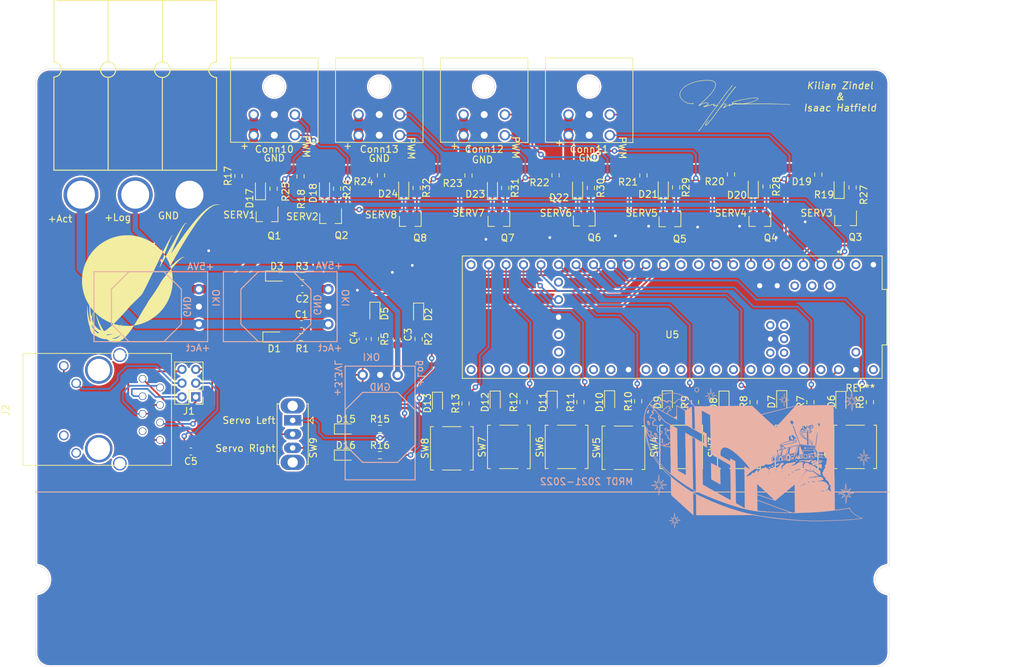
<source format=kicad_pcb>
(kicad_pcb (version 20171130) (host pcbnew "(5.1.10)-1")
  (layers (0 F.Cu signal) (31 B.Cu signal) (34 B.Paste user) (35 F.Paste user) (36 B.SilkS user) (37 F.SilkS user) (38 B.Mask user) (39 F.Mask user) (44 Edge.Cuts user))
  (net 0 "")
  (net 1 GND)
  (net 2 "/Buck Converters/Power_Input_Act")
  (net 3 "/Buck Converters/+5VA")
  (net 4 "/Buck Converters/Power_Input_Log")
  (net 5 "/Buck Converters/+3.3VL")
  (net 6 "/Servo Connectors/Servo_1_PWM")
  (net 7 "/Servo Connectors/Servo_2_PWM")
  (net 8 "/Servo Connectors/Servo_3_PWM")
  (net 9 "/Servo Connectors/Servo_4_PWM")
  (net 10 "/Servo Connectors/Servo_5_PWM")
  (net 11 "/Servo Connectors/Servo_6_PWM")
  (net 12 "/Servo Connectors/Servo_7_PWM")
  (net 13 "/Servo Connectors/Servo_8_PWM")
  (net 14 "Net-(D1-Pad2)")
  (net 15 "Net-(D2-Pad2)")
  (net 16 "Net-(D3-Pad2)")
  (net 17 "Net-(D5-Pad2)")
  (net 18 "Net-(D6-Pad2)")
  (net 19 "Net-(D7-Pad2)")
  (net 20 "Net-(D8-Pad2)")
  (net 21 "Net-(D9-Pad2)")
  (net 22 "Net-(D10-Pad2)")
  (net 23 "Net-(D11-Pad2)")
  (net 24 "Net-(D12-Pad2)")
  (net 25 "Net-(D13-Pad2)")
  (net 26 "Net-(D15-Pad2)")
  (net 27 "Net-(D16-Pad2)")
  (net 28 "Net-(D17-Pad2)")
  (net 29 "Net-(D17-Pad1)")
  (net 30 "Net-(D18-Pad2)")
  (net 31 "Net-(D18-Pad1)")
  (net 32 "Net-(D19-Pad2)")
  (net 33 "Net-(D19-Pad1)")
  (net 34 "Net-(D20-Pad2)")
  (net 35 "Net-(D20-Pad1)")
  (net 36 "Net-(D21-Pad2)")
  (net 37 "Net-(D21-Pad1)")
  (net 38 "Net-(D22-Pad2)")
  (net 39 "Net-(D22-Pad1)")
  (net 40 "Net-(D23-Pad2)")
  (net 41 "Net-(D23-Pad1)")
  (net 42 "Net-(D24-Pad2)")
  (net 43 "Net-(D24-Pad1)")
  (net 44 "Net-(Q1-Pad1)")
  (net 45 "Net-(Q2-Pad1)")
  (net 46 "Net-(Q3-Pad1)")
  (net 47 "Net-(Q4-Pad1)")
  (net 48 "Net-(Q5-Pad1)")
  (net 49 "Net-(Q6-Pad1)")
  (net 50 "Net-(Q7-Pad1)")
  (net 51 "Net-(Q8-Pad1)")
  (net 52 /Switches/Servo_1_SW)
  (net 53 /Switches/Servo_2_SW)
  (net 54 /Teensy/Servo_3_SW)
  (net 55 /Switches/Servo_4_SW)
  (net 56 /Switches/Servo_5_SW)
  (net 57 /Switches/Servo_6_SW)
  (net 58 /Switches/Servo_7_SW)
  (net 59 /Switches/Servo_8_SW)
  (net 60 /Switches/Servo_Manual_Control_Left)
  (net 61 /Switches/Servo_Manual_Control_Right)
  (net 62 "Net-(U5-Pad41)")
  (net 63 "Net-(U5-Pad40)")
  (net 64 "Net-(U5-Pad39)")
  (net 65 "Net-(U5-Pad38)")
  (net 66 "Net-(U5-Pad37)")
  (net 67 "Net-(U5-Pad36)")
  (net 68 "Net-(U5-Pad35)")
  (net 69 "Net-(U5-Pad34)")
  (net 70 "Net-(U5-Pad33)")
  (net 71 "Net-(U5-Pad32)")
  (net 72 "Net-(U5-PadVIN)")
  (net 73 "Net-(U5-Pad23)")
  (net 74 "Net-(U5-Pad22)")
  (net 75 "Net-(U5-Pad21)")
  (net 76 "Net-(U5-Pad20)")
  (net 77 "Net-(U5-Pad19)")
  (net 78 "Net-(U5-Pad18)")
  (net 79 "Net-(U5-Pad17)")
  (net 80 "Net-(U5-Pad16)")
  (net 81 "Net-(U5-Pad15)")
  (net 82 "Net-(U5-Pad14)")
  (net 83 "Net-(U5-Pad13)")
  (net 84 "Net-(U5-Pad10)")
  (net 85 "Net-(U5-Pad9)")
  (net 86 "Net-(U5-PadD+)")
  (net 87 "Net-(U5-Pad5V)")
  (net 88 "Net-(U5-PadLED)")
  (net 89 "Net-(U5-PadT+)")
  (net 90 "Net-(U5-PadR+)")
  (net 91 "Net-(U5-PadPROGRAM)")
  (net 92 "Net-(U5-PadVUSB)")
  (net 93 "Net-(U5-PadON/OFF)")
  (net 94 "Net-(U5-PadVBAT)")
  (net 95 "Net-(U5-Pad0)")
  (net 96 "Net-(C5-Pad2)")
  (net 97 "Net-(C5-Pad1)")
  (net 98 "Net-(J1-Pad6)")
  (net 99 "Net-(J1-Pad5)")
  (net 100 "Net-(J1-Pad4)")
  (net 101 "Net-(J1-Pad2)")
  (net 102 "Net-(J1-Pad1)")
  (net 103 "Net-(J2-Pad7)")
  (net 104 "Net-(J2-Pad11)")
  (net 105 "Net-(J2-Pad12)")
  (module MRDT_Shields:Teensy_4_1_Vertical (layer F.Cu) (at 168.148 105.664 180)
    (fp_text reference U5 (at 50.8 33.02) (layer F.SilkS))
    (fp_text value Teensy4.1_DEV-16771)
    (fp_text user REF** (at 23.495 25.265) (layer F.SilkS))
    (pad GND1 thru_hole circle (at 21.59 43.18 180) (size 1.308 1.308) (drill 0.8) (layers *.Cu *.Mask) (net 1 GND))
    (pad VBAT thru_hole circle (at 67.31 40.64 180) (size 1.308 1.308) (drill 0.8) (layers *.Cu *.Mask) (net 94 "Net-(U5-PadVBAT)"))
    (pad GND2 thru_hole circle (at 57.15 27.94 180) (size 1.308 1.308) (drill 0.8) (layers *.Cu *.Mask) (net 1 GND))
    (pad R- thru_hole circle (at 36.56 30.39 180) (size 1.208 1.208) (drill 0.7) (layers *.Cu *.Mask))
    (pad T+ thru_hole circle (at 36.56 34.39 180) (size 1.208 1.208) (drill 0.7) (layers *.Cu *.Mask) (net 89 "Net-(U5-PadT+)"))
    (pad ON/OFF thru_hole circle (at 67.31 30.48 180) (size 1.308 1.308) (drill 0.8) (layers *.Cu *.Mask) (net 93 "Net-(U5-PadON/OFF)"))
    (pad R+ thru_hole circle (at 34.56 30.39 180) (size 1.208 1.208) (drill 0.7) (layers *.Cu *.Mask) (net 90 "Net-(U5-PadR+)"))
    (pad 0 thru_hole circle (at 24.13 43.18 180) (size 1.308 1.308) (drill 0.8) (layers *.Cu *.Mask) (net 95 "Net-(U5-Pad0)"))
    (pad 3.3V_3 thru_hole circle (at 67.31 38.1 180) (size 1.308 1.308) (drill 0.8) (layers *.Cu *.Mask) (net 5 "/Buck Converters/+3.3VL"))
    (pad VUSB thru_hole circle (at 24.13 30.48 180) (size 1.308 1.308) (drill 0.8) (layers *.Cu *.Mask) (net 92 "Net-(U5-PadVUSB)"))
    (pad PROGRAM thru_hole circle (at 67.31 33.02 180) (size 1.308 1.308) (drill 0.8) (layers *.Cu *.Mask) (net 91 "Net-(U5-PadPROGRAM)"))
    (pad GND5 thru_hole circle (at 36.56 32.39 180) (size 1.208 1.208) (drill 0.7) (layers *.Cu *.Mask) (net 1 GND))
    (pad GND4 thru_hole circle (at 67.31 35.56 180) (size 1.308 1.308) (drill 0.8) (layers *.Cu *.Mask) (net 1 GND))
    (pad VIN thru_hole circle (at 21.59 27.94 180) (size 1.308 1.308) (drill 0.8) (layers *.Cu *.Mask) (net 72 "Net-(U5-PadVIN)"))
    (pad 9 thru_hole circle (at 46.99 43.18 180) (size 1.308 1.308) (drill 0.8) (layers *.Cu *.Mask) (net 85 "Net-(U5-Pad9)"))
    (pad 31 thru_hole circle (at 77.47 43.18 180) (size 1.308 1.308) (drill 0.8) (layers *.Cu *.Mask) (net 59 /Switches/Servo_8_SW))
    (pad 39 thru_hole circle (at 64.77 27.94 180) (size 1.308 1.308) (drill 0.8) (layers *.Cu *.Mask) (net 64 "Net-(U5-Pad39)"))
    (pad 3 thru_hole circle (at 31.75 43.18 180) (size 1.308 1.308) (drill 0.8) (layers *.Cu *.Mask) (net 8 "/Servo Connectors/Servo_3_PWM"))
    (pad 21 thru_hole circle (at 34.29 27.94 180) (size 1.308 1.308) (drill 0.8) (layers *.Cu *.Mask) (net 75 "Net-(U5-Pad21)"))
    (pad 3.3V_2 thru_hole circle (at 26.67 27.94 180) (size 1.308 1.308) (drill 0.8) (layers *.Cu *.Mask) (net 5 "/Buck Converters/+3.3VL"))
    (pad 5V thru_hole circle (at 27.94 40.13 180) (size 1.258 1.258) (drill 0.75) (layers *.Cu *.Mask) (net 87 "Net-(U5-Pad5V)"))
    (pad 1 thru_hole circle (at 26.67 43.18 180) (size 1.308 1.308) (drill 0.8) (layers *.Cu *.Mask) (net 6 "/Servo Connectors/Servo_1_PWM"))
    (pad D- thru_hole circle (at 30.48 40.13 180) (size 1.258 1.258) (drill 0.75) (layers *.Cu *.Mask))
    (pad 15 thru_hole circle (at 49.53 27.94 180) (size 1.308 1.308) (drill 0.8) (layers *.Cu *.Mask) (net 81 "Net-(U5-Pad15)"))
    (pad GND3 thru_hole circle (at 24.13 27.94 180) (size 1.308 1.308) (drill 0.8) (layers *.Cu *.Mask) (net 1 GND))
    (pad 35 thru_hole circle (at 74.93 27.94 180) (size 1.308 1.308) (drill 0.8) (layers *.Cu *.Mask) (net 68 "Net-(U5-Pad35)"))
    (pad LED thru_hole circle (at 34.56 32.39 180) (size 1.208 1.208) (drill 0.7) (layers *.Cu *.Mask) (net 88 "Net-(U5-PadLED)"))
    (pad 41 thru_hole circle (at 59.69 27.94 180) (size 1.308 1.308) (drill 0.8) (layers *.Cu *.Mask) (net 62 "Net-(U5-Pad41)"))
    (pad 11 thru_hole circle (at 52.07 43.18 180) (size 1.308 1.308) (drill 0.8) (layers *.Cu *.Mask) (net 61 /Switches/Servo_Manual_Control_Right))
    (pad D+ thru_hole circle (at 33.02 40.13) (size 1.258 1.258) (drill 0.75) (layers *.Cu *.Mask) (net 86 "Net-(U5-PadD+)"))
    (pad 19 thru_hole circle (at 39.37 27.94 180) (size 1.308 1.308) (drill 0.8) (layers *.Cu *.Mask) (net 77 "Net-(U5-Pad19)"))
    (pad 20 thru_hole circle (at 36.83 27.94 180) (size 1.308 1.308) (drill 0.8) (layers *.Cu *.Mask) (net 76 "Net-(U5-Pad20)"))
    (pad 28 thru_hole circle (at 69.85 43.18 180) (size 1.308 1.308) (drill 0.8) (layers *.Cu *.Mask) (net 56 /Switches/Servo_5_SW))
    (pad 24 thru_hole circle (at 59.69 43.18 180) (size 1.308 1.308) (drill 0.8) (layers *.Cu *.Mask) (net 52 /Switches/Servo_1_SW))
    (pad 32 thru_hole circle (at 80.01 43.18 180) (size 1.308 1.308) (drill 0.8) (layers *.Cu *.Mask) (net 71 "Net-(U5-Pad32)"))
    (pad 29 thru_hole circle (at 72.39 43.18 180) (size 1.308 1.308) (drill 0.8) (layers *.Cu *.Mask) (net 57 /Switches/Servo_6_SW))
    (pad 38 thru_hole circle (at 67.31 27.94 180) (size 1.308 1.308) (drill 0.8) (layers *.Cu *.Mask) (net 65 "Net-(U5-Pad38)"))
    (pad 18 thru_hole circle (at 41.91 27.94 180) (size 1.308 1.308) (drill 0.8) (layers *.Cu *.Mask) (net 78 "Net-(U5-Pad18)"))
    (pad 8 thru_hole circle (at 44.45 43.18 180) (size 1.308 1.308) (drill 0.8) (layers *.Cu *.Mask) (net 13 "/Servo Connectors/Servo_8_PWM"))
    (pad T- thru_hole circle (at 34.56 34.39 90) (size 1.208 1.208) (drill 0.7) (layers *.Cu *.Mask))
    (pad 36 thru_hole circle (at 72.39 27.94 180) (size 1.308 1.308) (drill 0.8) (layers *.Cu *.Mask) (net 67 "Net-(U5-Pad36)"))
    (pad 40 thru_hole circle (at 62.23 27.94 180) (size 1.308 1.308) (drill 0.8) (layers *.Cu *.Mask) (net 63 "Net-(U5-Pad40)"))
    (pad 4 thru_hole circle (at 34.29 43.18 180) (size 1.308 1.308) (drill 0.8) (layers *.Cu *.Mask) (net 9 "/Servo Connectors/Servo_4_PWM"))
    (pad USB_GND1 thru_hole circle (at 35.56 40.13) (size 1.258 1.258) (drill 0.75) (layers *.Cu *.Mask) (net 1 GND))
    (pad 6 thru_hole circle (at 39.37 43.18 180) (size 1.308 1.308) (drill 0.8) (layers *.Cu *.Mask) (net 11 "/Servo Connectors/Servo_6_PWM"))
    (pad 10 thru_hole circle (at 49.53 43.18 180) (size 1.308 1.308) (drill 0.8) (layers *.Cu *.Mask) (net 84 "Net-(U5-Pad10)"))
    (pad 12 thru_hole circle (at 54.61 43.18 180) (size 1.308 1.308) (drill 0.8) (layers *.Cu *.Mask) (net 60 /Switches/Servo_Manual_Control_Left))
    (pad 34 thru_hole circle (at 77.47 27.94 180) (size 1.308 1.308) (drill 0.8) (layers *.Cu *.Mask) (net 69 "Net-(U5-Pad34)"))
    (pad 27 thru_hole circle (at 67.31 43.18 180) (size 1.308 1.308) (drill 0.8) (layers *.Cu *.Mask) (net 55 /Switches/Servo_4_SW))
    (pad 33 thru_hole circle (at 80.01 27.94 180) (size 1.308 1.308) (drill 0.8) (layers *.Cu *.Mask) (net 70 "Net-(U5-Pad33)"))
    (pad USB_GND2 thru_hole circle (at 38.1 40.13 180) (size 1.258 1.258) (drill 0.75) (layers *.Cu *.Mask) (net 1 GND))
    (pad 14 thru_hole circle (at 52.07 27.94 180) (size 1.308 1.308) (drill 0.8) (layers *.Cu *.Mask) (net 82 "Net-(U5-Pad14)"))
    (pad 17 thru_hole circle (at 44.45 27.94 180) (size 1.308 1.308) (drill 0.8) (layers *.Cu *.Mask) (net 79 "Net-(U5-Pad17)"))
    (pad 5 thru_hole circle (at 36.83 43.18 180) (size 1.308 1.308) (drill 0.8) (layers *.Cu *.Mask) (net 10 "/Servo Connectors/Servo_5_PWM"))
    (pad 7 thru_hole circle (at 41.91 43.18 180) (size 1.308 1.308) (drill 0.8) (layers *.Cu *.Mask) (net 12 "/Servo Connectors/Servo_7_PWM"))
    (pad 22 thru_hole circle (at 31.75 27.94 180) (size 1.308 1.308) (drill 0.8) (layers *.Cu *.Mask) (net 74 "Net-(U5-Pad22)"))
    (pad 25 thru_hole circle (at 62.23 43.18 180) (size 1.308 1.308) (drill 0.8) (layers *.Cu *.Mask) (net 53 /Switches/Servo_2_SW))
    (pad 2 thru_hole circle (at 29.21 43.18 180) (size 1.308 1.308) (drill 0.8) (layers *.Cu *.Mask) (net 7 "/Servo Connectors/Servo_2_PWM"))
    (pad 16 thru_hole circle (at 46.99 27.94 180) (size 1.308 1.308) (drill 0.8) (layers *.Cu *.Mask) (net 80 "Net-(U5-Pad16)"))
    (pad 26 thru_hole circle (at 64.77 43.18 180) (size 1.308 1.308) (drill 0.8) (layers *.Cu *.Mask) (net 54 /Teensy/Servo_3_SW))
    (pad 3.3V_1 thru_hole circle (at 57.15 43.18 180) (size 1.308 1.308) (drill 0.8) (layers *.Cu *.Mask) (net 5 "/Buck Converters/+3.3VL"))
    (pad 13 thru_hole circle (at 54.61 27.94 180) (size 1.308 1.308) (drill 0.8) (layers *.Cu *.Mask) (net 83 "Net-(U5-Pad13)"))
    (pad 30 thru_hole circle (at 74.93 43.18 180) (size 1.308 1.308) (drill 0.8) (layers *.Cu *.Mask) (net 58 /Switches/Servo_7_SW))
    (pad 37 thru_hole circle (at 69.85 27.94 180) (size 1.308 1.308) (drill 0.8) (layers *.Cu *.Mask) (net 66 "Net-(U5-Pad37)"))
    (pad 23 thru_hole circle (at 29.21 27.94 180) (size 1.308 1.308) (drill 0.8) (layers *.Cu *.Mask) (net 73 "Net-(U5-Pad23)"))
  )
  (module MRDT_Silkscreens:0_MRDT_Logo_20mm (layer F.Cu) (at 41.656 63.754)
    (fp_text reference G*** hide)
    (fp_text value LOGO hide)
  )
  (module MRDT_Silkscreens:0_MRDT_Retro_Logo_34mmX21.5mm (layer B.Cu) (at 129.667 90.678 180)
    (fp_text reference G*** hide)
    (fp_text value LOGO hide)
  )
  (module eduard:Isaac_signiture (layer F.Cu) (at 126.492 39.37)
    (fp_text reference G*** hide)
    (fp_text value LOGO hide)
  )
  (module Button_Switch_THT:SW_Slide_1P2T_CK_OS102011MS2Q (layer F.Cu) (at 62.23 85.09 270)
    (fp_text reference SW9 (at 3.99 -2.99 90) (layer F.SilkS))
    (fp_text value SW_DPDT_x2)
    (pad "" thru_hole oval (at 6.1 0 270) (size 2.2 3.5) (drill 1.5) (layers *.Cu *.Mask))
    (pad "" thru_hole oval (at -2.1 0 270) (size 2.2 3.5) (drill 1.5) (layers *.Cu *.Mask))
    (pad 3 thru_hole oval (at 4 0 270) (size 1.5 2.5) (drill 0.8) (layers *.Cu *.Mask) (net 61 /Switches/Servo_Manual_Control_Right))
    (pad 2 thru_hole oval (at 2 0 270) (size 1.5 2.5) (drill 0.8) (layers *.Cu *.Mask) (net 5 "/Buck Converters/+3.3VL"))
    (pad 1 thru_hole rect (at 0 0 270) (size 1.5 2.5) (drill 0.8) (layers *.Cu *.Mask) (net 60 /Switches/Servo_Manual_Control_Left))
  )
  (module MRDT_Devices:OKI_Horizontal (layer B.Cu) (at 48.6156 71.12 90)
    (fp_text reference U1 hide)
    (fp_text value OKI (at 3.81 2.54 -90) (layer B.SilkS) (effects (justify mirror)))
    (pad 3 thru_hole circle (at 5.08 0 90) (size 1.524 1.524) (drill 0.889) (layers *.Cu *.Mask) (net 3 "/Buck Converters/+5VA"))
    (pad 2 thru_hole circle (at 2.54 0 90) (size 1.524 1.524) (drill 0.889) (layers *.Cu *.Mask) (net 1 GND))
    (pad 1 thru_hole circle (at 0 0 90) (size 1.524 1.524) (drill 0.889) (layers *.Cu *.Mask) (net 2 "/Buck Converters/Power_Input_Act"))
  )
  (module MRDT_Connectors:MOLEX_uF_D_06_Horizontal (layer F.Cu) (at 74.803 43.942)
    (fp_text reference Conn13 (at 0 1.778) (layer F.SilkS))
    (fp_text value Molex_uF_D_06)
    (pad 6 thru_hole circle (at 2.9972 -0.254 90) (size 1.524 1.524) (drill 1.016) (layers *.Cu *.Mask) (net 13 "/Servo Connectors/Servo_8_PWM"))
    (pad 3 thru_hole circle (at 2.9972 -3.2512 90) (size 1.524 1.524) (drill 1.016) (layers *.Cu *.Mask) (net 12 "/Servo Connectors/Servo_7_PWM"))
    (pad "" thru_hole circle (at 0 -7.3152) (size 3.0734 3.0734) (drill 3.0734) (layers *.Cu *.Mask))
    (pad 2 thru_hole circle (at 0 -3.2512 90) (size 1.524 1.524) (drill 1.016) (layers *.Cu *.Mask) (net 1 GND))
    (pad 1 thru_hole circle (at -2.9972 -3.2512 90) (size 1.524 1.524) (drill 1.016) (layers *.Cu *.Mask) (net 3 "/Buck Converters/+5VA"))
    (pad 4 thru_hole circle (at -2.9972 -0.254 90) (size 1.524 1.524) (drill 1.016) (layers *.Cu *.Mask) (net 3 "/Buck Converters/+5VA"))
    (pad 5 thru_hole circle (at 0 -0.254 90) (size 1.524 1.524) (drill 1.016) (layers *.Cu *.Mask) (net 1 GND))
  )
  (module MRDT_Connectors:MOLEX_uF_D_06_Horizontal (layer F.Cu) (at 90.043 43.942)
    (fp_text reference Conn12 (at 0 1.778) (layer F.SilkS))
    (fp_text value Molex_uF_D_06)
    (pad 6 thru_hole circle (at 2.9972 -0.254 90) (size 1.524 1.524) (drill 1.016) (layers *.Cu *.Mask) (net 11 "/Servo Connectors/Servo_6_PWM"))
    (pad 3 thru_hole circle (at 2.9972 -3.2512 90) (size 1.524 1.524) (drill 1.016) (layers *.Cu *.Mask) (net 10 "/Servo Connectors/Servo_5_PWM"))
    (pad "" thru_hole circle (at 0 -7.3152) (size 3.0734 3.0734) (drill 3.0734) (layers *.Cu *.Mask))
    (pad 2 thru_hole circle (at 0 -3.2512 90) (size 1.524 1.524) (drill 1.016) (layers *.Cu *.Mask) (net 1 GND))
    (pad 1 thru_hole circle (at -2.9972 -3.2512 90) (size 1.524 1.524) (drill 1.016) (layers *.Cu *.Mask) (net 3 "/Buck Converters/+5VA"))
    (pad 4 thru_hole circle (at -2.9972 -0.254 90) (size 1.524 1.524) (drill 1.016) (layers *.Cu *.Mask) (net 3 "/Buck Converters/+5VA"))
    (pad 5 thru_hole circle (at 0 -0.254 90) (size 1.524 1.524) (drill 1.016) (layers *.Cu *.Mask) (net 1 GND))
  )
  (module MRDT_Connectors:MOLEX_uF_D_06_Horizontal (layer F.Cu) (at 105.283 43.942)
    (fp_text reference Conn11 (at 0 1.778) (layer F.SilkS))
    (fp_text value Molex_uF_D_06)
    (pad 5 thru_hole circle (at 0 -0.254 90) (size 1.524 1.524) (drill 1.016) (layers *.Cu *.Mask) (net 1 GND))
    (pad 4 thru_hole circle (at -2.9972 -0.254 90) (size 1.524 1.524) (drill 1.016) (layers *.Cu *.Mask) (net 3 "/Buck Converters/+5VA"))
    (pad 1 thru_hole circle (at -2.9972 -3.2512 90) (size 1.524 1.524) (drill 1.016) (layers *.Cu *.Mask) (net 3 "/Buck Converters/+5VA"))
    (pad 2 thru_hole circle (at 0 -3.2512 90) (size 1.524 1.524) (drill 1.016) (layers *.Cu *.Mask) (net 1 GND))
    (pad "" thru_hole circle (at 0 -7.3152) (size 3.0734 3.0734) (drill 3.0734) (layers *.Cu *.Mask))
    (pad 3 thru_hole circle (at 2.9972 -3.2512 90) (size 1.524 1.524) (drill 1.016) (layers *.Cu *.Mask) (net 8 "/Servo Connectors/Servo_3_PWM"))
    (pad 6 thru_hole circle (at 2.9972 -0.254 90) (size 1.524 1.524) (drill 1.016) (layers *.Cu *.Mask) (net 9 "/Servo Connectors/Servo_4_PWM"))
  )
  (module MRDT_Connectors:MOLEX_uF_D_06_Horizontal (layer F.Cu) (at 59.563 43.942)
    (fp_text reference Conn10 (at 0 1.778) (layer F.SilkS))
    (fp_text value Molex_uF_D_06)
    (pad 6 thru_hole circle (at 2.9972 -0.254 90) (size 1.524 1.524) (drill 1.016) (layers *.Cu *.Mask) (net 7 "/Servo Connectors/Servo_2_PWM"))
    (pad 3 thru_hole circle (at 2.9972 -3.2512 90) (size 1.524 1.524) (drill 1.016) (layers *.Cu *.Mask) (net 6 "/Servo Connectors/Servo_1_PWM"))
    (pad "" thru_hole circle (at 0 -7.3152) (size 3.0734 3.0734) (drill 3.0734) (layers *.Cu *.Mask))
    (pad 2 thru_hole circle (at 0 -3.2512 90) (size 1.524 1.524) (drill 1.016) (layers *.Cu *.Mask) (net 1 GND))
    (pad 1 thru_hole circle (at -2.9972 -3.2512 90) (size 1.524 1.524) (drill 1.016) (layers *.Cu *.Mask) (net 3 "/Buck Converters/+5VA"))
    (pad 4 thru_hole circle (at -2.9972 -0.254 90) (size 1.524 1.524) (drill 1.016) (layers *.Cu *.Mask) (net 3 "/Buck Converters/+5VA"))
    (pad 5 thru_hole circle (at 0 -0.254 90) (size 1.524 1.524) (drill 1.016) (layers *.Cu *.Mask) (net 1 GND))
  )
  (module MRDT_Connectors:RJ45_Teensy (layer F.Cu) (at 21.082 83.6168 270)
    (fp_text reference J2 (at 0 0.5 90) (layer F.SilkS))
    (fp_text value RJ45_LED_Shielded)
    (pad 16 thru_hole circle (at 7.75 -16.05 270) (size 2 2) (drill 1.6) (layers *.Cu *.Mask))
    (pad 15 thru_hole circle (at -8 -16.05 270) (size 2 2) (drill 1.6) (layers *.Cu *.Mask))
    (pad 9 thru_hole circle (at -6.45 -7.92 270) (size 1.4 1.4) (drill 1.02) (layers *.Cu *.Mask) (net 96 "Net-(C5-Pad2)"))
    (pad 12 thru_hole circle (at 6.2 -9.71 270) (size 1.4 1.4) (drill 1.02) (layers *.Cu *.Mask) (net 105 "Net-(J2-Pad12)"))
    (pad 10 thru_hole circle (at -3.91 -9.71 270) (size 1.4 1.4) (drill 1.02) (layers *.Cu *.Mask) (net 100 "Net-(J1-Pad4)"))
    (pad 11 thru_hole circle (at 3.66 -7.92 270) (size 1.4 1.4) (drill 1.02) (layers *.Cu *.Mask) (net 104 "Net-(J2-Pad11)"))
    (pad 13 thru_hole circle (at -5.84 -13 270) (size 4 4) (drill 3.25) (layers *.Cu *.Mask))
    (pad 14 thru_hole circle (at 5.59 -13 270) (size 4 4) (drill 3.25) (layers *.Cu *.Mask))
    (pad 1 thru_hole circle (at -4.57 -19.35 270) (size 1.1 1.1) (drill 0.9) (layers *.Cu *.Mask) (net 102 "Net-(J1-Pad1)"))
    (pad 3 thru_hole circle (at -2.03 -19.35 270) (size 1.1 1.1) (drill 0.9) (layers *.Cu *.Mask) (net 101 "Net-(J1-Pad2)"))
    (pad 5 thru_hole circle (at 0.51 -19.35 270) (size 1.1 1.1) (drill 0.9) (layers *.Cu *.Mask) (net 97 "Net-(C5-Pad1)"))
    (pad 7 thru_hole circle (at 3.05 -19.35 270) (size 1.1 1.1) (drill 0.9) (layers *.Cu *.Mask) (net 103 "Net-(J2-Pad7)"))
    (pad 2 thru_hole circle (at -3.3 -21.89 270) (size 1.1 1.1) (drill 0.9) (layers *.Cu *.Mask) (net 97 "Net-(C5-Pad1)"))
    (pad 4 thru_hole circle (at -0.76 -21.89 270) (size 1.1 1.1) (drill 0.9) (layers *.Cu *.Mask) (net 98 "Net-(J1-Pad6)"))
    (pad 6 thru_hole circle (at 1.78 -21.89 270) (size 1.1 1.1) (drill 0.9) (layers *.Cu *.Mask) (net 99 "Net-(J1-Pad5)"))
    (pad 8 thru_hole circle (at 4.32 -21.89 270) (size 1.1 1.1) (drill 0.9) (layers *.Cu *.Mask) (net 96 "Net-(C5-Pad2)"))
  )
  (module Button_Switch_SMD:SW_SPST_EVPBF (layer F.Cu) (at 143.9164 88.94572 90)
    (fp_text reference SW1 (at 0 -3.9 90) (layer F.SilkS))
    (fp_text value SW_Push)
    (pad 2 smd rect (at 2.88 2 90) (size 2.75 1) (layers F.Cu F.Paste F.Mask) (net 52 /Switches/Servo_1_SW))
    (pad 2 smd rect (at -2.88 2 90) (size 2.75 1) (layers F.Cu F.Paste F.Mask) (net 52 /Switches/Servo_1_SW))
    (pad 1 smd rect (at -2.88 -2 90) (size 2.75 1) (layers F.Cu F.Paste F.Mask) (net 5 "/Buck Converters/+3.3VL"))
    (pad 1 smd rect (at 2.88 -2 90) (size 2.75 1) (layers F.Cu F.Paste F.Mask) (net 5 "/Buck Converters/+3.3VL"))
  )
  (module Connector_PinHeader_2.00mm:PinHeader_2x03_P2.00mm_Vertical (layer F.Cu) (at 48.1584 81.6864 180)
    (fp_text reference J1 (at 1 -2.06) (layer F.SilkS))
    (fp_text value 6P6C)
    (pad 1 thru_hole rect (at 0 0 180) (size 1.35 1.35) (drill 0.8) (layers *.Cu *.Mask) (net 102 "Net-(J1-Pad1)"))
    (pad 2 thru_hole oval (at 2 0 180) (size 1.35 1.35) (drill 0.8) (layers *.Cu *.Mask) (net 101 "Net-(J1-Pad2)"))
    (pad 3 thru_hole oval (at 0 2 180) (size 1.35 1.35) (drill 0.8) (layers *.Cu *.Mask) (net 96 "Net-(C5-Pad2)"))
    (pad 4 thru_hole oval (at 2 2 180) (size 1.35 1.35) (drill 0.8) (layers *.Cu *.Mask) (net 100 "Net-(J1-Pad4)"))
    (pad 5 thru_hole oval (at 0 4 180) (size 1.35 1.35) (drill 0.8) (layers *.Cu *.Mask) (net 99 "Net-(J1-Pad5)"))
    (pad 6 thru_hole oval (at 2 4 180) (size 1.35 1.35) (drill 0.8) (layers *.Cu *.Mask) (net 98 "Net-(J1-Pad6)"))
  )
  (module Capacitor_SMD:C_0603_1608Metric_Pad1.08x0.95mm_HandSolder (layer F.Cu) (at 47.4461 89.6112 180)
    (fp_text reference C5 (at 0 -1.43) (layer F.SilkS))
    (fp_text value 0.1uF)
    (pad 1 smd roundrect (at -0.8625 0 180) (size 1.075 0.95) (layers F.Cu F.Paste F.Mask) (net 97 "Net-(C5-Pad1)"))
    (pad 2 smd roundrect (at 0.8625 0 180) (size 1.075 0.95) (layers F.Cu F.Paste F.Mask) (net 96 "Net-(C5-Pad2)"))
  )
  (module MRDT_Devices:OKI_Horizontal (layer B.Cu) (at 77.47 78.486 180)
    (fp_text reference U3 hide)
    (fp_text value OKI (at 3.81 2.54 180) (layer B.SilkS) (effects (justify mirror)))
    (pad 3 thru_hole circle (at 5.08 0 180) (size 1.524 1.524) (drill 0.889) (layers *.Cu *.Mask) (net 5 "/Buck Converters/+3.3VL"))
    (pad 2 thru_hole circle (at 2.54 0 180) (size 1.524 1.524) (drill 0.889) (layers *.Cu *.Mask) (net 1 GND))
    (pad 1 thru_hole circle (at 0 0 180) (size 1.524 1.524) (drill 0.889) (layers *.Cu *.Mask) (net 4 "/Buck Converters/Power_Input_Log"))
  )
  (module MRDT_Devices:OKI_Horizontal (layer B.Cu) (at 67.4116 71.12 90)
    (fp_text reference U2 hide)
    (fp_text value OKI (at 3.81 2.54 -90) (layer B.SilkS) (effects (justify mirror)))
    (pad 3 thru_hole circle (at 5.08 0 90) (size 1.524 1.524) (drill 0.889) (layers *.Cu *.Mask) (net 3 "/Buck Converters/+5VA"))
    (pad 2 thru_hole circle (at 2.54 0 90) (size 1.524 1.524) (drill 0.889) (layers *.Cu *.Mask) (net 1 GND))
    (pad 1 thru_hole circle (at 0 0 90) (size 1.524 1.524) (drill 0.889) (layers *.Cu *.Mask) (net 2 "/Buck Converters/Power_Input_Act"))
  )
  (module Button_Switch_SMD:SW_SPST_EVPBF (layer F.Cu) (at 85.344 89.154 90)
    (fp_text reference SW8 (at 0 -3.9 90) (layer F.SilkS))
    (fp_text value SW_Push)
    (pad 2 smd rect (at 2.88 2 90) (size 2.75 1) (layers F.Cu F.Paste F.Mask) (net 59 /Switches/Servo_8_SW))
    (pad 2 smd rect (at -2.88 2 90) (size 2.75 1) (layers F.Cu F.Paste F.Mask) (net 59 /Switches/Servo_8_SW))
    (pad 1 smd rect (at -2.88 -2 90) (size 2.75 1) (layers F.Cu F.Paste F.Mask) (net 5 "/Buck Converters/+3.3VL"))
    (pad 1 smd rect (at 2.88 -2 90) (size 2.75 1) (layers F.Cu F.Paste F.Mask) (net 5 "/Buck Converters/+3.3VL"))
  )
  (module Button_Switch_SMD:SW_SPST_EVPBF (layer F.Cu) (at 93.6244 88.94572 90)
    (fp_text reference SW7 (at 0 -3.9 90) (layer F.SilkS))
    (fp_text value SW_Push)
    (pad 2 smd rect (at 2.88 2 90) (size 2.75 1) (layers F.Cu F.Paste F.Mask) (net 58 /Switches/Servo_7_SW))
    (pad 2 smd rect (at -2.88 2 90) (size 2.75 1) (layers F.Cu F.Paste F.Mask) (net 58 /Switches/Servo_7_SW))
    (pad 1 smd rect (at -2.88 -2 90) (size 2.75 1) (layers F.Cu F.Paste F.Mask) (net 5 "/Buck Converters/+3.3VL"))
    (pad 1 smd rect (at 2.88 -2 90) (size 2.75 1) (layers F.Cu F.Paste F.Mask) (net 5 "/Buck Converters/+3.3VL"))
  )
  (module Button_Switch_SMD:SW_SPST_EVPBF (layer F.Cu) (at 102.0064 88.94572 90)
    (fp_text reference SW6 (at 0 -3.9 90) (layer F.SilkS))
    (fp_text value SW_Push)
    (pad 2 smd rect (at 2.88 2 90) (size 2.75 1) (layers F.Cu F.Paste F.Mask) (net 57 /Switches/Servo_6_SW))
    (pad 2 smd rect (at -2.88 2 90) (size 2.75 1) (layers F.Cu F.Paste F.Mask) (net 57 /Switches/Servo_6_SW))
    (pad 1 smd rect (at -2.88 -2 90) (size 2.75 1) (layers F.Cu F.Paste F.Mask) (net 5 "/Buck Converters/+3.3VL"))
    (pad 1 smd rect (at 2.88 -2 90) (size 2.75 1) (layers F.Cu F.Paste F.Mask) (net 5 "/Buck Converters/+3.3VL"))
  )
  (module Button_Switch_SMD:SW_SPST_EVPBF (layer F.Cu) (at 110.2614 89.07272 90)
    (fp_text reference SW5 (at 0 -3.9 90) (layer F.SilkS))
    (fp_text value SW_Push)
    (pad 2 smd rect (at 2.88 2 90) (size 2.75 1) (layers F.Cu F.Paste F.Mask) (net 56 /Switches/Servo_5_SW))
    (pad 2 smd rect (at -2.88 2 90) (size 2.75 1) (layers F.Cu F.Paste F.Mask) (net 56 /Switches/Servo_5_SW))
    (pad 1 smd rect (at -2.88 -2 90) (size 2.75 1) (layers F.Cu F.Paste F.Mask) (net 5 "/Buck Converters/+3.3VL"))
    (pad 1 smd rect (at 2.88 -2 90) (size 2.75 1) (layers F.Cu F.Paste F.Mask) (net 5 "/Buck Converters/+3.3VL"))
  )
  (module Button_Switch_SMD:SW_SPST_EVPBF (layer F.Cu) (at 118.6434 88.94572 90)
    (fp_text reference SW4 (at 0 -3.9 90) (layer F.SilkS))
    (fp_text value SW_Push)
    (pad 1 smd rect (at 2.88 -2 90) (size 2.75 1) (layers F.Cu F.Paste F.Mask) (net 5 "/Buck Converters/+3.3VL"))
    (pad 1 smd rect (at -2.88 -2 90) (size 2.75 1) (layers F.Cu F.Paste F.Mask) (net 5 "/Buck Converters/+3.3VL"))
    (pad 2 smd rect (at -2.88 2 90) (size 2.75 1) (layers F.Cu F.Paste F.Mask) (net 55 /Switches/Servo_4_SW))
    (pad 2 smd rect (at 2.88 2 90) (size 2.75 1) (layers F.Cu F.Paste F.Mask) (net 55 /Switches/Servo_4_SW))
  )
  (module Button_Switch_SMD:SW_SPST_EVPBF (layer F.Cu) (at 127.0254 88.94572 90)
    (fp_text reference SW3 (at 0 -3.9 90) (layer F.SilkS))
    (fp_text value SW_Push)
    (pad 2 smd rect (at 2.88 2 90) (size 2.75 1) (layers F.Cu F.Paste F.Mask) (net 54 /Teensy/Servo_3_SW))
    (pad 2 smd rect (at -2.88 2 90) (size 2.75 1) (layers F.Cu F.Paste F.Mask) (net 54 /Teensy/Servo_3_SW))
    (pad 1 smd rect (at -2.88 -2 90) (size 2.75 1) (layers F.Cu F.Paste F.Mask) (net 5 "/Buck Converters/+3.3VL"))
    (pad 1 smd rect (at 2.88 -2 90) (size 2.75 1) (layers F.Cu F.Paste F.Mask) (net 5 "/Buck Converters/+3.3VL"))
  )
  (module Button_Switch_SMD:SW_SPST_EVPBF (layer F.Cu) (at 135.4074 88.94572 90)
    (fp_text reference SW2 (at 0 -3.9 90) (layer F.SilkS))
    (fp_text value SW_Push)
    (pad 2 smd rect (at 2.88 2 90) (size 2.75 1) (layers F.Cu F.Paste F.Mask) (net 53 /Switches/Servo_2_SW))
    (pad 2 smd rect (at -2.88 2 90) (size 2.75 1) (layers F.Cu F.Paste F.Mask) (net 53 /Switches/Servo_2_SW))
    (pad 1 smd rect (at -2.88 -2 90) (size 2.75 1) (layers F.Cu F.Paste F.Mask) (net 5 "/Buck Converters/+3.3VL"))
    (pad 1 smd rect (at 2.88 -2 90) (size 2.75 1) (layers F.Cu F.Paste F.Mask) (net 5 "/Buck Converters/+3.3VL"))
  )
  (module Resistor_SMD:R_0603_1608Metric_Pad0.98x0.95mm_HandSolder (layer F.Cu) (at 80.2386 51.3334 270)
    (fp_text reference R32 (at 0 -1.43 90) (layer F.SilkS))
    (fp_text value 510)
    (pad 1 smd roundrect (at -0.9125 0 270) (size 0.975 0.95) (layers F.Cu F.Paste F.Mask) (net 13 "/Servo Connectors/Servo_8_PWM"))
    (pad 2 smd roundrect (at 0.9125 0 270) (size 0.975 0.95) (layers F.Cu F.Paste F.Mask) (net 51 "Net-(Q8-Pad1)"))
  )
  (module Resistor_SMD:R_0603_1608Metric_Pad0.98x0.95mm_HandSolder (layer F.Cu) (at 93.091 51.3334 270)
    (fp_text reference R31 (at 0 -1.43 90) (layer F.SilkS))
    (fp_text value 510)
    (pad 1 smd roundrect (at -0.9125 0 270) (size 0.975 0.95) (layers F.Cu F.Paste F.Mask) (net 12 "/Servo Connectors/Servo_7_PWM"))
    (pad 2 smd roundrect (at 0.9125 0 270) (size 0.975 0.95) (layers F.Cu F.Paste F.Mask) (net 50 "Net-(Q7-Pad1)"))
  )
  (module Resistor_SMD:R_0603_1608Metric_Pad0.98x0.95mm_HandSolder (layer F.Cu) (at 105.537 51.3334 270)
    (fp_text reference R30 (at 0 -1.43 90) (layer F.SilkS))
    (fp_text value 510)
    (pad 1 smd roundrect (at -0.9125 0 270) (size 0.975 0.95) (layers F.Cu F.Paste F.Mask) (net 11 "/Servo Connectors/Servo_6_PWM"))
    (pad 2 smd roundrect (at 0.9125 0 270) (size 0.975 0.95) (layers F.Cu F.Paste F.Mask) (net 49 "Net-(Q6-Pad1)"))
  )
  (module Resistor_SMD:R_0603_1608Metric_Pad0.98x0.95mm_HandSolder (layer F.Cu) (at 117.9195 51.2572 270)
    (fp_text reference R29 (at 0 -1.43 90) (layer F.SilkS))
    (fp_text value 510)
    (pad 1 smd roundrect (at -0.9125 0 270) (size 0.975 0.95) (layers F.Cu F.Paste F.Mask) (net 10 "/Servo Connectors/Servo_5_PWM"))
    (pad 2 smd roundrect (at 0.9125 0 270) (size 0.975 0.95) (layers F.Cu F.Paste F.Mask) (net 48 "Net-(Q5-Pad1)"))
  )
  (module Resistor_SMD:R_0603_1608Metric_Pad0.98x0.95mm_HandSolder (layer F.Cu) (at 131.0386 51.1302 270)
    (fp_text reference R28 (at 0 -1.43 90) (layer F.SilkS))
    (fp_text value 510)
    (pad 1 smd roundrect (at -0.9125 0 270) (size 0.975 0.95) (layers F.Cu F.Paste F.Mask) (net 9 "/Servo Connectors/Servo_4_PWM"))
    (pad 2 smd roundrect (at 0.9125 0 270) (size 0.975 0.95) (layers F.Cu F.Paste F.Mask) (net 47 "Net-(Q4-Pad1)"))
  )
  (module Resistor_SMD:R_0603_1608Metric_Pad0.98x0.95mm_HandSolder (layer F.Cu) (at 143.5354 51.2826 270)
    (fp_text reference R27 (at 1.0668 -1.6256 90) (layer F.SilkS))
    (fp_text value 510)
    (pad 1 smd roundrect (at -0.9125 0 270) (size 0.975 0.95) (layers F.Cu F.Paste F.Mask) (net 8 "/Servo Connectors/Servo_3_PWM"))
    (pad 2 smd roundrect (at 0.9125 0 270) (size 0.975 0.95) (layers F.Cu F.Paste F.Mask) (net 46 "Net-(Q3-Pad1)"))
  )
  (module Resistor_SMD:R_0603_1608Metric_Pad0.98x0.95mm_HandSolder (layer F.Cu) (at 68.6816 51.4331 270)
    (fp_text reference R26 (at 0 -1.43 90) (layer F.SilkS))
    (fp_text value 510)
    (pad 2 smd roundrect (at 0.9125 0 270) (size 0.975 0.95) (layers F.Cu F.Paste F.Mask) (net 45 "Net-(Q2-Pad1)"))
    (pad 1 smd roundrect (at -0.9125 0 270) (size 0.975 0.95) (layers F.Cu F.Paste F.Mask) (net 7 "/Servo Connectors/Servo_2_PWM"))
  )
  (module Resistor_SMD:R_0603_1608Metric_Pad0.98x0.95mm_HandSolder (layer F.Cu) (at 59.4614 51.4496 270)
    (fp_text reference R25 (at 0.4426 -1.7526 90) (layer F.SilkS))
    (fp_text value 510)
    (pad 2 smd roundrect (at 0.9125 0 270) (size 0.975 0.95) (layers F.Cu F.Paste F.Mask) (net 44 "Net-(Q1-Pad1)"))
    (pad 1 smd roundrect (at -0.9125 0 270) (size 0.975 0.95) (layers F.Cu F.Paste F.Mask) (net 6 "/Servo Connectors/Servo_1_PWM"))
  )
  (module Resistor_SMD:R_0603_1608Metric_Pad0.98x0.95mm_HandSolder (layer F.Cu) (at 75.057 49.5065 270)
    (fp_text reference R24 (at 0.9125 2.54 180) (layer F.SilkS))
    (fp_text value 100)
    (pad 1 smd roundrect (at -0.9125 0 270) (size 0.975 0.95) (layers F.Cu F.Paste F.Mask) (net 3 "/Buck Converters/+5VA"))
    (pad 2 smd roundrect (at 0.9125 0 270) (size 0.975 0.95) (layers F.Cu F.Paste F.Mask) (net 42 "Net-(D24-Pad2)"))
  )
  (module Resistor_SMD:R_0603_1608Metric_Pad0.98x0.95mm_HandSolder (layer F.Cu) (at 87.757 49.53 270)
    (fp_text reference R23 (at 1.143 2.286 180) (layer F.SilkS))
    (fp_text value 100)
    (pad 1 smd roundrect (at -0.9125 0 270) (size 0.975 0.95) (layers F.Cu F.Paste F.Mask) (net 3 "/Buck Converters/+5VA"))
    (pad 2 smd roundrect (at 0.9125 0 270) (size 0.975 0.95) (layers F.Cu F.Paste F.Mask) (net 40 "Net-(D23-Pad2)"))
  )
  (module Resistor_SMD:R_0603_1608Metric_Pad0.98x0.95mm_HandSolder (layer F.Cu) (at 100.4062 49.5046 270)
    (fp_text reference R22 (at 1.0668 2.3368 180) (layer F.SilkS))
    (fp_text value 100)
    (pad 2 smd roundrect (at 0.9125 0 270) (size 0.975 0.95) (layers F.Cu F.Paste F.Mask) (net 38 "Net-(D22-Pad2)"))
    (pad 1 smd roundrect (at -0.9125 0 270) (size 0.975 0.95) (layers F.Cu F.Paste F.Mask) (net 3 "/Buck Converters/+5VA"))
  )
  (module Resistor_SMD:R_0603_1608Metric_Pad0.98x0.95mm_HandSolder (layer F.Cu) (at 113.157 49.53 270)
    (fp_text reference R21 (at 0.9525 2.2225 180) (layer F.SilkS))
    (fp_text value 100)
    (pad 1 smd roundrect (at -0.9125 0 270) (size 0.975 0.95) (layers F.Cu F.Paste F.Mask) (net 3 "/Buck Converters/+5VA"))
    (pad 2 smd roundrect (at 0.9125 0 270) (size 0.975 0.95) (layers F.Cu F.Paste F.Mask) (net 36 "Net-(D21-Pad2)"))
  )
  (module Resistor_SMD:R_0603_1608Metric_Pad0.98x0.95mm_HandSolder (layer F.Cu) (at 125.8824 49.3776 270)
    (fp_text reference R20 (at 1.0414 2.3749 180) (layer F.SilkS))
    (fp_text value 100)
    (pad 1 smd roundrect (at -0.9125 0 270) (size 0.975 0.95) (layers F.Cu F.Paste F.Mask) (net 3 "/Buck Converters/+5VA"))
    (pad 2 smd roundrect (at 0.9125 0 270) (size 0.975 0.95) (layers F.Cu F.Paste F.Mask) (net 34 "Net-(D20-Pad2)"))
  )
  (module Resistor_SMD:R_0603_1608Metric_Pad0.98x0.95mm_HandSolder (layer F.Cu) (at 138.557 49.403 270)
    (fp_text reference R19 (at 2.921 -0.8255 180) (layer F.SilkS))
    (fp_text value 100)
    (pad 1 smd roundrect (at -0.9125 0 270) (size 0.975 0.95) (layers F.Cu F.Paste F.Mask) (net 3 "/Buck Converters/+5VA"))
    (pad 2 smd roundrect (at 0.9125 0 270) (size 0.975 0.95) (layers F.Cu F.Paste F.Mask) (net 32 "Net-(D19-Pad2)"))
  )
  (module Resistor_SMD:R_0603_1608Metric_Pad0.98x0.95mm_HandSolder (layer F.Cu) (at 63.373 49.657 270)
    (fp_text reference R18 (at 3.302 -0.1016 90) (layer F.SilkS))
    (fp_text value 100)
    (pad 2 smd roundrect (at 0.9125 0 270) (size 0.975 0.95) (layers F.Cu F.Paste F.Mask) (net 30 "Net-(D18-Pad2)"))
    (pad 1 smd roundrect (at -0.9125 0 270) (size 0.975 0.95) (layers F.Cu F.Paste F.Mask) (net 3 "/Buck Converters/+5VA"))
  )
  (module Resistor_SMD:R_0603_1608Metric_Pad0.98x0.95mm_HandSolder (layer F.Cu) (at 54.356 49.6043 270)
    (fp_text reference R17 (at 0 1.524 90) (layer F.SilkS))
    (fp_text value 100)
    (pad 2 smd roundrect (at 0.9125 0 270) (size 0.975 0.95) (layers F.Cu F.Paste F.Mask) (net 28 "Net-(D17-Pad2)"))
    (pad 1 smd roundrect (at -0.9125 0 270) (size 0.975 0.95) (layers F.Cu F.Paste F.Mask) (net 3 "/Buck Converters/+5VA"))
  )
  (module Resistor_SMD:R_0603_1608Metric_Pad0.98x0.95mm_HandSolder (layer F.Cu) (at 74.9046 90.1446)
    (fp_text reference R16 (at 0 -1.43) (layer F.SilkS))
    (fp_text value 43)
    (pad 1 smd roundrect (at -0.9125 0) (size 0.975 0.95) (layers F.Cu F.Paste F.Mask) (net 27 "Net-(D16-Pad2)"))
    (pad 2 smd roundrect (at 0.9125 0) (size 0.975 0.95) (layers F.Cu F.Paste F.Mask) (net 61 /Switches/Servo_Manual_Control_Right))
  )
  (module Resistor_SMD:R_0603_1608Metric_Pad0.98x0.95mm_HandSolder (layer F.Cu) (at 74.9046 86.3346)
    (fp_text reference R15 (at 0 -1.43) (layer F.SilkS))
    (fp_text value 43)
    (pad 1 smd roundrect (at -0.9125 0) (size 0.975 0.95) (layers F.Cu F.Paste F.Mask) (net 26 "Net-(D15-Pad2)"))
    (pad 2 smd roundrect (at 0.9125 0) (size 0.975 0.95) (layers F.Cu F.Paste F.Mask) (net 60 /Switches/Servo_Manual_Control_Left))
  )
  (module Resistor_SMD:R_0603_1608Metric_Pad0.98x0.95mm_HandSolder (layer F.Cu) (at 87.3252 82.6516 90)
    (fp_text reference R13 (at 0 -1.43 90) (layer F.SilkS))
    (fp_text value 43)
    (pad 1 smd roundrect (at -0.9125 0 90) (size 0.975 0.95) (layers F.Cu F.Paste F.Mask) (net 25 "Net-(D13-Pad2)"))
    (pad 2 smd roundrect (at 0.9125 0 90) (size 0.975 0.95) (layers F.Cu F.Paste F.Mask) (net 59 /Switches/Servo_8_SW))
  )
  (module Resistor_SMD:R_0603_1608Metric_Pad0.98x0.95mm_HandSolder (layer F.Cu) (at 95.758 82.4465 90)
    (fp_text reference R12 (at 0 -1.43 90) (layer F.SilkS))
    (fp_text value 43)
    (pad 2 smd roundrect (at 0.9125 0 90) (size 0.975 0.95) (layers F.Cu F.Paste F.Mask) (net 58 /Switches/Servo_7_SW))
    (pad 1 smd roundrect (at -0.9125 0 90) (size 0.975 0.95) (layers F.Cu F.Paste F.Mask) (net 24 "Net-(D12-Pad2)"))
  )
  (module Resistor_SMD:R_0603_1608Metric_Pad0.98x0.95mm_HandSolder (layer F.Cu) (at 104.013 82.4465 90)
    (fp_text reference R11 (at 0 -1.43 90) (layer F.SilkS))
    (fp_text value 43)
    (pad 2 smd roundrect (at 0.9125 0 90) (size 0.975 0.95) (layers F.Cu F.Paste F.Mask) (net 57 /Switches/Servo_6_SW))
    (pad 1 smd roundrect (at -0.9125 0 90) (size 0.975 0.95) (layers F.Cu F.Paste F.Mask) (net 23 "Net-(D11-Pad2)"))
  )
  (module Resistor_SMD:R_0603_1608Metric_Pad0.98x0.95mm_HandSolder (layer F.Cu) (at 112.395 82.3195 90)
    (fp_text reference R10 (at 0 -1.43 90) (layer F.SilkS))
    (fp_text value 43)
    (pad 2 smd roundrect (at 0.9125 0 90) (size 0.975 0.95) (layers F.Cu F.Paste F.Mask) (net 56 /Switches/Servo_5_SW))
    (pad 1 smd roundrect (at -0.9125 0 90) (size 0.975 0.95) (layers F.Cu F.Paste F.Mask) (net 22 "Net-(D10-Pad2)"))
  )
  (module Resistor_SMD:R_0603_1608Metric_Pad0.98x0.95mm_HandSolder (layer F.Cu) (at 120.65 82.4465 90)
    (fp_text reference R9 (at 0 -1.43 90) (layer F.SilkS))
    (fp_text value 43)
    (pad 1 smd roundrect (at -0.9125 0 90) (size 0.975 0.95) (layers F.Cu F.Paste F.Mask) (net 21 "Net-(D9-Pad2)"))
    (pad 2 smd roundrect (at 0.9125 0 90) (size 0.975 0.95) (layers F.Cu F.Paste F.Mask) (net 55 /Switches/Servo_4_SW))
  )
  (module Resistor_SMD:R_0603_1608Metric_Pad0.98x0.95mm_HandSolder (layer F.Cu) (at 129.159 82.4465 90)
    (fp_text reference R8 (at 0 -1.43 90) (layer F.SilkS))
    (fp_text value 43)
    (pad 2 smd roundrect (at 0.9125 0 90) (size 0.975 0.95) (layers F.Cu F.Paste F.Mask) (net 54 /Teensy/Servo_3_SW))
    (pad 1 smd roundrect (at -0.9125 0 90) (size 0.975 0.95) (layers F.Cu F.Paste F.Mask) (net 20 "Net-(D8-Pad2)"))
  )
  (module Resistor_SMD:R_0603_1608Metric_Pad0.98x0.95mm_HandSolder (layer F.Cu) (at 137.414 82.4465 90)
    (fp_text reference R7 (at 0 -1.43 90) (layer F.SilkS))
    (fp_text value 43)
    (pad 2 smd roundrect (at 0.9125 0 90) (size 0.975 0.95) (layers F.Cu F.Paste F.Mask) (net 53 /Switches/Servo_2_SW))
    (pad 1 smd roundrect (at -0.9125 0 90) (size 0.975 0.95) (layers F.Cu F.Paste F.Mask) (net 19 "Net-(D7-Pad2)"))
  )
  (module Resistor_SMD:R_0603_1608Metric_Pad0.98x0.95mm_HandSolder (layer F.Cu) (at 146.05 82.4465 90)
    (fp_text reference R6 (at 0 -1.43 90) (layer F.SilkS))
    (fp_text value 43)
    (pad 2 smd roundrect (at 0.9125 0 90) (size 0.975 0.95) (layers F.Cu F.Paste F.Mask) (net 52 /Switches/Servo_1_SW))
    (pad 1 smd roundrect (at -0.9125 0 90) (size 0.975 0.95) (layers F.Cu F.Paste F.Mask) (net 18 "Net-(D6-Pad2)"))
  )
  (module Resistor_SMD:R_0603_1608Metric_Pad0.98x0.95mm_HandSolder (layer F.Cu) (at 74.168 73.279 270)
    (fp_text reference R5 (at 0 -1.43 270) (layer F.SilkS))
    (fp_text value 43)
    (pad 2 smd roundrect (at 0.9125 0 270) (size 0.975 0.95) (layers F.Cu F.Paste F.Mask) (net 5 "/Buck Converters/+3.3VL"))
    (pad 1 smd roundrect (at -0.9125 0 270) (size 0.975 0.95) (layers F.Cu F.Paste F.Mask) (net 17 "Net-(D5-Pad2)"))
  )
  (module Resistor_SMD:R_0603_1608Metric_Pad0.98x0.95mm_HandSolder (layer F.Cu) (at 63.6035 64.135)
    (fp_text reference R3 (at 0 -1.43 180) (layer F.SilkS))
    (fp_text value 100)
    (pad 2 smd roundrect (at 0.9125 0) (size 0.975 0.95) (layers F.Cu F.Paste F.Mask) (net 3 "/Buck Converters/+5VA"))
    (pad 1 smd roundrect (at -0.9125 0) (size 0.975 0.95) (layers F.Cu F.Paste F.Mask) (net 16 "Net-(D3-Pad2)"))
  )
  (module Resistor_SMD:R_0603_1608Metric_Pad0.98x0.95mm_HandSolder (layer F.Cu) (at 80.518 73.279 270)
    (fp_text reference R2 (at 0 -1.43 270) (layer F.SilkS))
    (fp_text value 330)
    (pad 2 smd roundrect (at 0.9125 0 270) (size 0.975 0.95) (layers F.Cu F.Paste F.Mask) (net 4 "/Buck Converters/Power_Input_Log"))
    (pad 1 smd roundrect (at -0.9125 0 270) (size 0.975 0.95) (layers F.Cu F.Paste F.Mask) (net 15 "Net-(D2-Pad2)"))
  )
  (module Resistor_SMD:R_0603_1608Metric_Pad0.98x0.95mm_HandSolder (layer F.Cu) (at 63.4473 72.9996)
    (fp_text reference R1 (at 0.1797 1.6764 180) (layer F.SilkS))
    (fp_text value 330)
    (pad 2 smd roundrect (at 0.9125 0) (size 0.975 0.95) (layers F.Cu F.Paste F.Mask) (net 2 "/Buck Converters/Power_Input_Act"))
    (pad 1 smd roundrect (at -0.9125 0) (size 0.975 0.95) (layers F.Cu F.Paste F.Mask) (net 14 "Net-(D1-Pad2)"))
  )
  (module Package_TO_SOT_SMD:SOT-23 (layer F.Cu) (at 79.3115 56.1594 270)
    (fp_text reference Q8 (at 2.4384 -1.4224 180) (layer F.SilkS))
    (fp_text value Q_NMOS_GDS)
    (pad 1 smd rect (at -1 -0.95 270) (size 0.9 0.8) (layers F.Cu F.Paste F.Mask) (net 51 "Net-(Q8-Pad1)"))
    (pad 2 smd rect (at -1 0.95 270) (size 0.9 0.8) (layers F.Cu F.Paste F.Mask) (net 43 "Net-(D24-Pad1)"))
    (pad 3 smd rect (at 1 0 270) (size 0.9 0.8) (layers F.Cu F.Paste F.Mask) (net 1 GND))
  )
  (module Package_TO_SOT_SMD:SOT-23 (layer F.Cu) (at 92.1766 56.1594 270)
    (fp_text reference Q7 (at 2.4384 -1.27 180) (layer F.SilkS))
    (fp_text value Q_NMOS_GDS)
    (pad 1 smd rect (at -1 -0.95 270) (size 0.9 0.8) (layers F.Cu F.Paste F.Mask) (net 50 "Net-(Q7-Pad1)"))
    (pad 2 smd rect (at -1 0.95 270) (size 0.9 0.8) (layers F.Cu F.Paste F.Mask) (net 41 "Net-(D23-Pad1)"))
    (pad 3 smd rect (at 1 0 270) (size 0.9 0.8) (layers F.Cu F.Paste F.Mask) (net 1 GND))
  )
  (module Package_TO_SOT_SMD:SOT-23 (layer F.Cu) (at 104.5718 56.1086 270)
    (fp_text reference Q6 (at 2.4384 -1.4732 180) (layer F.SilkS))
    (fp_text value Q_NMOS_GDS)
    (pad 1 smd rect (at -1 -0.95 270) (size 0.9 0.8) (layers F.Cu F.Paste F.Mask) (net 49 "Net-(Q6-Pad1)"))
    (pad 2 smd rect (at -1 0.95 270) (size 0.9 0.8) (layers F.Cu F.Paste F.Mask) (net 39 "Net-(D22-Pad1)"))
    (pad 3 smd rect (at 1 0 270) (size 0.9 0.8) (layers F.Cu F.Paste F.Mask) (net 1 GND))
  )
  (module Package_TO_SOT_SMD:SOT-23 (layer F.Cu) (at 117.0178 56.2102 270)
    (fp_text reference Q5 (at 2.54 -1.4224 180) (layer F.SilkS))
    (fp_text value Q_NMOS_GDS)
    (pad 1 smd rect (at -1 -0.95 270) (size 0.9 0.8) (layers F.Cu F.Paste F.Mask) (net 48 "Net-(Q5-Pad1)"))
    (pad 2 smd rect (at -1 0.95 270) (size 0.9 0.8) (layers F.Cu F.Paste F.Mask) (net 37 "Net-(D21-Pad1)"))
    (pad 3 smd rect (at 1 0 270) (size 0.9 0.8) (layers F.Cu F.Paste F.Mask) (net 1 GND))
  )
  (module Package_TO_SOT_SMD:SOT-23 (layer F.Cu) (at 130.0734 56.1594 270)
    (fp_text reference Q4 (at 2.4384 -1.5748 180) (layer F.SilkS))
    (fp_text value Q_NMOS_GDS)
    (pad 1 smd rect (at -1 -0.95 270) (size 0.9 0.8) (layers F.Cu F.Paste F.Mask) (net 47 "Net-(Q4-Pad1)"))
    (pad 2 smd rect (at -1 0.95 270) (size 0.9 0.8) (layers F.Cu F.Paste F.Mask) (net 35 "Net-(D20-Pad1)"))
    (pad 3 smd rect (at 1 0 270) (size 0.9 0.8) (layers F.Cu F.Paste F.Mask) (net 1 GND))
  )
  (module Package_TO_SOT_SMD:SOT-23 (layer F.Cu) (at 142.5194 56.0578 270)
    (fp_text reference Q3 (at 2.4384 -1.4224 180) (layer F.SilkS))
    (fp_text value Q_NMOS_GDS)
    (pad 1 smd rect (at -1 -0.95 270) (size 0.9 0.8) (layers F.Cu F.Paste F.Mask) (net 46 "Net-(Q3-Pad1)"))
    (pad 2 smd rect (at -1 0.95 270) (size 0.9 0.8) (layers F.Cu F.Paste F.Mask) (net 33 "Net-(D19-Pad1)"))
    (pad 3 smd rect (at 1 0 270) (size 0.9 0.8) (layers F.Cu F.Paste F.Mask) (net 1 GND))
  )
  (module Package_TO_SOT_SMD:SOT-23 (layer F.Cu) (at 67.7418 55.753 270)
    (fp_text reference Q2 (at 2.4892 -1.5748 180) (layer F.SilkS))
    (fp_text value Q_NMOS_GDS)
    (pad 3 smd rect (at 1 0 270) (size 0.9 0.8) (layers F.Cu F.Paste F.Mask) (net 1 GND))
    (pad 2 smd rect (at -1 0.95 270) (size 0.9 0.8) (layers F.Cu F.Paste F.Mask) (net 31 "Net-(D18-Pad1)"))
    (pad 1 smd rect (at -1 -0.95 270) (size 0.9 0.8) (layers F.Cu F.Paste F.Mask) (net 45 "Net-(Q2-Pad1)"))
  )
  (module Package_TO_SOT_SMD:SOT-23 (layer F.Cu) (at 58.5114 55.483 270)
    (fp_text reference Q1 (at 2.81 -1.0516 180) (layer F.SilkS))
    (fp_text value Q_NMOS_GDS)
    (pad 3 smd rect (at 1 0 270) (size 0.9 0.8) (layers F.Cu F.Paste F.Mask) (net 1 GND))
    (pad 2 smd rect (at -1 0.95 270) (size 0.9 0.8) (layers F.Cu F.Paste F.Mask) (net 29 "Net-(D17-Pad1)"))
    (pad 1 smd rect (at -1 -0.95 270) (size 0.9 0.8) (layers F.Cu F.Paste F.Mask) (net 44 "Net-(Q1-Pad1)"))
  )
  (module LED_SMD:LED_0603_1608Metric_Pad1.05x0.95mm_HandSolder (layer F.Cu) (at 78.359 51.2826 90)
    (fp_text reference D24 (at -0.9144 -2.286 180) (layer F.SilkS))
    (fp_text value LED)
    (pad 1 smd roundrect (at -0.875 0 90) (size 1.05 0.95) (layers F.Cu F.Paste F.Mask) (net 43 "Net-(D24-Pad1)"))
    (pad 2 smd roundrect (at 0.875 0 90) (size 1.05 0.95) (layers F.Cu F.Paste F.Mask) (net 42 "Net-(D24-Pad2)"))
  )
  (module LED_SMD:LED_0603_1608Metric_Pad1.05x0.95mm_HandSolder (layer F.Cu) (at 91.2368 51.3334 90)
    (fp_text reference D23 (at -0.9144 -2.4892 180) (layer F.SilkS))
    (fp_text value LED)
    (pad 1 smd roundrect (at -0.875 0 90) (size 1.05 0.95) (layers F.Cu F.Paste F.Mask) (net 41 "Net-(D23-Pad1)"))
    (pad 2 smd roundrect (at 0.875 0 90) (size 1.05 0.95) (layers F.Cu F.Paste F.Mask) (net 40 "Net-(D23-Pad2)"))
  )
  (module LED_SMD:LED_0603_1608Metric_Pad1.05x0.95mm_HandSolder (layer F.Cu) (at 103.6066 51.2826 90)
    (fp_text reference D22 (at -1.4732 -2.6924 180) (layer F.SilkS))
    (fp_text value LED)
    (pad 1 smd roundrect (at -0.875 0 90) (size 1.05 0.95) (layers F.Cu F.Paste F.Mask) (net 39 "Net-(D22-Pad1)"))
    (pad 2 smd roundrect (at 0.875 0 90) (size 1.05 0.95) (layers F.Cu F.Paste F.Mask) (net 38 "Net-(D22-Pad2)"))
  )
  (module LED_SMD:LED_0603_1608Metric_Pad1.05x0.95mm_HandSolder (layer F.Cu) (at 116.0399 51.2572 90)
    (fp_text reference D21 (at -1.0033 -2.1844 180) (layer F.SilkS))
    (fp_text value LED)
    (pad 1 smd roundrect (at -0.875 0 90) (size 1.05 0.95) (layers F.Cu F.Paste F.Mask) (net 37 "Net-(D21-Pad1)"))
    (pad 2 smd roundrect (at 0.875 0 90) (size 1.05 0.95) (layers F.Cu F.Paste F.Mask) (net 36 "Net-(D21-Pad2)"))
  )
  (module LED_SMD:LED_0603_1608Metric_Pad1.05x0.95mm_HandSolder (layer F.Cu) (at 129.1082 51.1429 90)
    (fp_text reference D20 (at -1.2446 -2.3622 180) (layer F.SilkS))
    (fp_text value LED)
    (pad 1 smd roundrect (at -0.875 0 90) (size 1.05 0.95) (layers F.Cu F.Paste F.Mask) (net 35 "Net-(D20-Pad1)"))
    (pad 2 smd roundrect (at 0.875 0 90) (size 1.05 0.95) (layers F.Cu F.Paste F.Mask) (net 34 "Net-(D20-Pad2)"))
  )
  (module LED_SMD:LED_0603_1608Metric_Pad1.05x0.95mm_HandSolder (layer F.Cu) (at 141.5796 51.2064 90)
    (fp_text reference D19 (at 0.7874 -5.4356 180) (layer F.SilkS))
    (fp_text value LED)
    (pad 2 smd roundrect (at 0.875 0 90) (size 1.05 0.95) (layers F.Cu F.Paste F.Mask) (net 32 "Net-(D19-Pad2)"))
    (pad 1 smd roundrect (at -0.875 0 90) (size 1.05 0.95) (layers F.Cu F.Paste F.Mask) (net 33 "Net-(D19-Pad1)"))
  )
  (module LED_SMD:LED_0603_1608Metric_Pad1.05x0.95mm_HandSolder (layer F.Cu) (at 66.8528 51.3842 90)
    (fp_text reference D18 (at -0.7112 -1.651 270) (layer F.SilkS))
    (fp_text value LED)
    (pad 2 smd roundrect (at 0.875 0 90) (size 1.05 0.95) (layers F.Cu F.Paste F.Mask) (net 30 "Net-(D18-Pad2)"))
    (pad 1 smd roundrect (at -0.875 0 90) (size 1.05 0.95) (layers F.Cu F.Paste F.Mask) (net 31 "Net-(D18-Pad1)"))
  )
  (module LED_SMD:LED_0603_1608Metric_Pad1.05x0.95mm_HandSolder (layer F.Cu) (at 57.5564 51.3956 90)
    (fp_text reference D17 (at -1.4618 -1.5748 90) (layer F.SilkS))
    (fp_text value LED)
    (pad 2 smd roundrect (at 0.875 0 90) (size 1.05 0.95) (layers F.Cu F.Paste F.Mask) (net 28 "Net-(D17-Pad2)"))
    (pad 1 smd roundrect (at -0.875 0 90) (size 1.05 0.95) (layers F.Cu F.Paste F.Mask) (net 29 "Net-(D17-Pad1)"))
  )
  (module LED_SMD:LED_0603_1608Metric_Pad1.05x0.95mm_HandSolder (layer F.Cu) (at 69.9376 90.1446)
    (fp_text reference D16 (at 0 -1.43) (layer F.SilkS))
    (fp_text value LED)
    (pad 1 smd roundrect (at -0.875 0) (size 1.05 0.95) (layers F.Cu F.Paste F.Mask) (net 1 GND))
    (pad 2 smd roundrect (at 0.875 0) (size 1.05 0.95) (layers F.Cu F.Paste F.Mask) (net 27 "Net-(D16-Pad2)"))
  )
  (module LED_SMD:LED_0603_1608Metric_Pad1.05x0.95mm_HandSolder (layer F.Cu) (at 69.9516 86.3346)
    (fp_text reference D15 (at 0 -1.43) (layer F.SilkS))
    (fp_text value LED)
    (pad 1 smd roundrect (at -0.875 0) (size 1.05 0.95) (layers F.Cu F.Paste F.Mask) (net 1 GND))
    (pad 2 smd roundrect (at 0.875 0) (size 1.05 0.95) (layers F.Cu F.Paste F.Mask) (net 26 "Net-(D15-Pad2)"))
  )
  (module LED_SMD:LED_0603_1608Metric_Pad1.05x0.95mm_HandSolder (layer F.Cu) (at 83.2612 82.6656 270)
    (fp_text reference D13 (at -0.0648 1.4732 90) (layer F.SilkS))
    (fp_text value LED)
    (pad 1 smd roundrect (at -0.875 0 270) (size 1.05 0.95) (layers F.Cu F.Paste F.Mask) (net 1 GND))
    (pad 2 smd roundrect (at 0.875 0 270) (size 1.05 0.95) (layers F.Cu F.Paste F.Mask) (net 25 "Net-(D13-Pad2)"))
  )
  (module LED_SMD:LED_0603_1608Metric_Pad1.05x0.95mm_HandSolder (layer F.Cu) (at 91.6432 82.4992 270)
    (fp_text reference D12 (at -0.0508 1.4732 90) (layer F.SilkS))
    (fp_text value LED)
    (pad 2 smd roundrect (at 0.875 0 270) (size 1.05 0.95) (layers F.Cu F.Paste F.Mask) (net 24 "Net-(D12-Pad2)"))
    (pad 1 smd roundrect (at -0.875 0 270) (size 1.05 0.95) (layers F.Cu F.Paste F.Mask) (net 1 GND))
  )
  (module LED_SMD:LED_0603_1608Metric_Pad1.05x0.95mm_HandSolder (layer F.Cu) (at 99.9236 82.4992 270)
    (fp_text reference D11 (at -0.0508 1.3716 90) (layer F.SilkS))
    (fp_text value LED)
    (pad 2 smd roundrect (at 0.875 0 270) (size 1.05 0.95) (layers F.Cu F.Paste F.Mask) (net 23 "Net-(D11-Pad2)"))
    (pad 1 smd roundrect (at -0.875 0 270) (size 1.05 0.95) (layers F.Cu F.Paste F.Mask) (net 1 GND))
  )
  (module LED_SMD:LED_0603_1608Metric_Pad1.05x0.95mm_HandSolder (layer F.Cu) (at 108.2548 82.4484 270)
    (fp_text reference D10 (at 0 1.4732 90) (layer F.SilkS))
    (fp_text value LED)
    (pad 2 smd roundrect (at 0.875 0 270) (size 1.05 0.95) (layers F.Cu F.Paste F.Mask) (net 22 "Net-(D10-Pad2)"))
    (pad 1 smd roundrect (at -0.875 0 270) (size 1.05 0.95) (layers F.Cu F.Paste F.Mask) (net 1 GND))
  )
  (module LED_SMD:LED_0603_1608Metric_Pad1.05x0.95mm_HandSolder (layer F.Cu) (at 116.6368 82.4484 270)
    (fp_text reference D9 (at 0.0508 1.4224 90) (layer F.SilkS))
    (fp_text value LED)
    (pad 1 smd roundrect (at -0.875 0 270) (size 1.05 0.95) (layers F.Cu F.Paste F.Mask) (net 1 GND))
    (pad 2 smd roundrect (at 0.875 0 270) (size 1.05 0.95) (layers F.Cu F.Paste F.Mask) (net 21 "Net-(D9-Pad2)"))
  )
  (module LED_SMD:LED_0603_1608Metric_Pad1.05x0.95mm_HandSolder (layer F.Cu) (at 124.8664 82.4992 270)
    (fp_text reference D8 (at 0.2032 1.524 90) (layer F.SilkS))
    (fp_text value LED)
    (pad 2 smd roundrect (at 0.875 0 270) (size 1.05 0.95) (layers F.Cu F.Paste F.Mask) (net 20 "Net-(D8-Pad2)"))
    (pad 1 smd roundrect (at -0.875 0 270) (size 1.05 0.95) (layers F.Cu F.Paste F.Mask) (net 1 GND))
  )
  (module LED_SMD:LED_0603_1608Metric_Pad1.05x0.95mm_HandSolder (layer F.Cu) (at 133.2484 82.437 270)
    (fp_text reference D7 (at -0.0394 1.4732 90) (layer F.SilkS))
    (fp_text value LED)
    (pad 2 smd roundrect (at 0.875 0 270) (size 1.05 0.95) (layers F.Cu F.Paste F.Mask) (net 19 "Net-(D7-Pad2)"))
    (pad 1 smd roundrect (at -0.875 0 270) (size 1.05 0.95) (layers F.Cu F.Paste F.Mask) (net 1 GND))
  )
  (module LED_SMD:LED_0603_1608Metric_Pad1.05x0.95mm_HandSolder (layer F.Cu) (at 141.8336 82.55 270)
    (fp_text reference D6 (at -0.2032 1.3716 90) (layer F.SilkS))
    (fp_text value LED)
    (pad 2 smd roundrect (at 0.875 0 270) (size 1.05 0.95) (layers F.Cu F.Paste F.Mask) (net 18 "Net-(D6-Pad2)"))
    (pad 1 smd roundrect (at -0.875 0 270) (size 1.05 0.95) (layers F.Cu F.Paste F.Mask) (net 1 GND))
  )
  (module LED_SMD:LED_0603_1608Metric_Pad1.05x0.95mm_HandSolder (layer F.Cu) (at 74.168 69.596 270)
    (fp_text reference D5 (at 0 -1.43 270) (layer F.SilkS))
    (fp_text value LED)
    (pad 2 smd roundrect (at 0.875 0 270) (size 1.05 0.95) (layers F.Cu F.Paste F.Mask) (net 17 "Net-(D5-Pad2)"))
    (pad 1 smd roundrect (at -0.875 0 270) (size 1.05 0.95) (layers F.Cu F.Paste F.Mask) (net 1 GND))
  )
  (module LED_SMD:LED_0603_1608Metric_Pad1.05x0.95mm_HandSolder (layer F.Cu) (at 59.944 64.135)
    (fp_text reference D3 (at 0 -1.43 180) (layer F.SilkS))
    (fp_text value LED)
    (pad 2 smd roundrect (at 0.875 0) (size 1.05 0.95) (layers F.Cu F.Paste F.Mask) (net 16 "Net-(D3-Pad2)"))
    (pad 1 smd roundrect (at -0.875 0) (size 1.05 0.95) (layers F.Cu F.Paste F.Mask) (net 1 GND))
  )
  (module LED_SMD:LED_0603_1608Metric_Pad1.05x0.95mm_HandSolder (layer F.Cu) (at 80.518 69.723 270)
    (fp_text reference D2 (at 0 -1.43 270) (layer F.SilkS))
    (fp_text value LED)
    (pad 2 smd roundrect (at 0.875 0 270) (size 1.05 0.95) (layers F.Cu F.Paste F.Mask) (net 15 "Net-(D2-Pad2)"))
    (pad 1 smd roundrect (at -0.875 0 270) (size 1.05 0.95) (layers F.Cu F.Paste F.Mask) (net 1 GND))
  )
  (module LED_SMD:LED_0603_1608Metric_Pad1.05x0.95mm_HandSolder (layer F.Cu) (at 59.5643 72.9996)
    (fp_text reference D1 (at 0 1.6764 180) (layer F.SilkS))
    (fp_text value LED)
    (pad 2 smd roundrect (at 0.875 0) (size 1.05 0.95) (layers F.Cu F.Paste F.Mask) (net 14 "Net-(D1-Pad2)"))
    (pad 1 smd roundrect (at -0.875 0) (size 1.05 0.95) (layers F.Cu F.Paste F.Mask) (net 1 GND))
  )
  (module MRDT_Connectors:Anderson_3_Horizontal_Side_by_Side (layer F.Cu) (at 47.244 52.324 270)
    (fp_text reference Conn9 hide)
    (fp_text value AndersonPP)
    (pad 3 thru_hole circle (at 0 15.748 270) (size 5.08 5.08) (drill 4.06) (layers *.Cu *.Mask) (net 2 "/Buck Converters/Power_Input_Act"))
    (pad 2 thru_hole circle (at 0 7.874 270) (size 5.08 5.08) (drill 4.06) (layers *.Cu *.Mask) (net 4 "/Buck Converters/Power_Input_Log"))
    (pad 1 thru_hole circle (at 0 0 270) (size 5.08 5.08) (drill 4.06) (layers *.Cu *.Mask) (net 1 GND))
  )
  (module Capacitor_SMD:C_0603_1608Metric_Pad1.08x0.95mm_HandSolder (layer F.Cu) (at 72.39 73.279 90)
    (fp_text reference C4 (at 0.1778 -1.27 270) (layer F.SilkS))
    (fp_text value 10uF)
    (pad 2 smd roundrect (at 0.8625 0 90) (size 1.075 0.95) (layers F.Cu F.Paste F.Mask) (net 1 GND))
    (pad 1 smd roundrect (at -0.8625 0 90) (size 1.075 0.95) (layers F.Cu F.Paste F.Mask) (net 5 "/Buck Converters/+3.3VL"))
  )
  (module Capacitor_SMD:C_0603_1608Metric_Pad1.08x0.95mm_HandSolder (layer F.Cu) (at 77.343 73.279 90)
    (fp_text reference C3 (at 0.635 1.651 270) (layer F.SilkS))
    (fp_text value 10uF)
    (pad 2 smd roundrect (at 0.8625 0 90) (size 1.075 0.95) (layers F.Cu F.Paste F.Mask) (net 1 GND))
    (pad 1 smd roundrect (at -0.8625 0 90) (size 1.075 0.95) (layers F.Cu F.Paste F.Mask) (net 4 "/Buck Converters/Power_Input_Log"))
  )
  (module Capacitor_SMD:C_0603_1608Metric_Pad1.08x0.95mm_HandSolder (layer F.Cu) (at 63.627 66.04 180)
    (fp_text reference C2 (at 0 -1.43 180) (layer F.SilkS))
    (fp_text value 10uF)
    (pad 2 smd roundrect (at 0.8625 0 180) (size 1.075 0.95) (layers F.Cu F.Paste F.Mask) (net 1 GND))
    (pad 1 smd roundrect (at -0.8625 0 180) (size 1.075 0.95) (layers F.Cu F.Paste F.Mask) (net 3 "/Buck Converters/+5VA"))
  )
  (module Capacitor_SMD:C_0603_1608Metric_Pad1.08x0.95mm_HandSolder (layer F.Cu) (at 63.5 71.12 180)
    (fp_text reference C1 (at 0 1.397 180) (layer F.SilkS))
    (fp_text value 10uF)
    (pad 2 smd roundrect (at 0.8625 0 180) (size 1.075 0.95) (layers F.Cu F.Paste F.Mask) (net 1 GND))
    (pad 1 smd roundrect (at -0.8625 0 180) (size 1.075 0.95) (layers F.Cu F.Paste F.Mask) (net 2 "/Buck Converters/Power_Input_Act"))
  )
  (gr_text SERV4 (at 125.857 54.991) (layer F.SilkS) (effects (font (size 1 1))))
  (gr_text SERV6 (at 100.457 54.991) (layer F.SilkS) (effects (font (size 1 1))))
  (gr_text PWM (at 64.1858 45.3136 270) (layer F.SilkS) (effects (font (size 1 1))))
  (gr_text + (at 55.245 45.212) (layer F.SilkS) (effects (font (size 1 1))))
  (gr_text GND (at 59.563 46.99) (layer F.SilkS) (effects (font (size 1 1))))
  (gr_line (start 148.844 95.504) (end 24.892 95.504) (layer B.SilkS) (width 0.12))
  (gr_text "MRDT 2021-2022" (at 104.902 93.98) (layer B.SilkS) (effects (font (size 1 1)) (justify mirror)))
  (gr_text "Kilian Zindel\n&\nIsaac Hatfield" (at 141.732 38.1) (layer F.SilkS) (effects (font (size 1 1) (thickness 0.15) italic)))
  (gr_text "Servo Right" (at 55.372 89.154) (layer F.SilkS) (effects (font (size 1 1))))
  (gr_text "Servo Left" (at 55.88 85.09) (layer F.SilkS) (effects (font (size 1 1))))
  (gr_text +3.3VL (at 68.834 78.994 270) (layer B.SilkS) (effects (font (size 1 1)) (justify mirror)))
  (gr_text GND (at 74.93 80.264) (layer B.SilkS) (effects (font (size 1 1)) (justify mirror)))
  (gr_text +Log (at 80.899 78.232 270) (layer B.SilkS) (effects (font (size 1 1)) (justify mirror)))
  (gr_text +Act (at 67.691 74.549) (layer B.SilkS) (effects (font (size 1 1)) (justify mirror)))
  (gr_text GND (at 65.786 68.326 270) (layer B.SilkS) (effects (font (size 1 1)) (justify mirror)))
  (gr_text +5VA (at 67.564 62.611) (layer B.SilkS) (effects (font (size 1 1)) (justify mirror)))
  (gr_text +Act (at 48.514 74.549) (layer B.SilkS) (effects (font (size 1 1)) (justify mirror)))
  (gr_text GND (at 46.863 68.58 270) (layer B.SilkS) (effects (font (size 1 1)) (justify mirror)))
  (gr_text +5VA (at 48.895 62.738) (layer B.SilkS) (effects (font (size 1 1)) (justify mirror)))
  (gr_text SERV1 (at 54.483 55.245) (layer F.SilkS) (effects (font (size 1 1))))
  (gr_text SERV2 (at 63.627 55.499) (layer F.SilkS) (effects (font (size 1 1))))
  (gr_text SERV3 (at 138.303 54.991) (layer F.SilkS) (effects (font (size 1 1))))
  (gr_text SERV5 (at 112.903 54.991) (layer F.SilkS) (effects (font (size 1 1))))
  (gr_text SERV7 (at 87.757 54.991) (layer F.SilkS) (effects (font (size 1 1))))
  (gr_text SERV8 (at 75.057 55.245) (layer F.SilkS) (effects (font (size 1 1))))
  (gr_text PWM (at 110.109 45.5168 270) (layer F.SilkS) (effects (font (size 1 1))))
  (gr_text PWM (at 94.615 45.466 270) (layer F.SilkS) (effects (font (size 1 1))))
  (gr_text PWM (at 79.4258 45.5676 270) (layer F.SilkS) (effects (font (size 1 1))))
  (gr_text GND (at 105.283 46.99) (layer F.SilkS) (effects (font (size 1 1))))
  (gr_text GND (at 89.789 47.244) (layer F.SilkS) (effects (font (size 1 1))))
  (gr_text GND (at 74.803 47.0408) (layer F.SilkS) (effects (font (size 1 1))))
  (gr_text + (at 100.965 44.7548) (layer F.SilkS) (effects (font (size 1 1))))
  (gr_text + (at 85.725 45.212) (layer F.SilkS) (effects (font (size 1 1))))
  (gr_text + (at 70.231 45.212) (layer F.SilkS) (effects (font (size 1 1))))
  (gr_text GND (at 44.196 55.372) (layer F.SilkS) (effects (font (size 1 1))))
  (gr_text +Log (at 36.83 55.626) (layer F.SilkS) (effects (font (size 1 1))))
  (gr_text +Act (at 28.448 55.8292) (layer F.SilkS) (effects (font (size 1 1))))
  (gr_line (start 148.844 36.068) (end 148.844 46.736) (layer Edge.Cuts) (width 0.05))
  (gr_line (start 26.924 34.036) (end 146.812 34.036) (layer Edge.Cuts) (width 0.05))
  (gr_line (start 24.892 46.736) (end 24.892 36.068) (layer Edge.Cuts) (width 0.05))
  (gr_arc (start 146.812 36.068) (end 148.844 36.068) (angle -90) (layer Edge.Cuts) (width 0.05))
  (gr_arc (start 26.924 36.068) (end 26.924 34.036) (angle -90) (layer Edge.Cuts) (width 0.05))
  (gr_line (start 148.844 95.504) (end 24.892 95.504) (layer F.SilkS) (width 0.12))
  (gr_line (start 24.892 106.172) (end 24.892 46.736) (layer Edge.Cuts) (width 0.05))
  (gr_line (start 24.892 110.236) (end 24.892 118.872) (layer Edge.Cuts) (width 0.05))
  (gr_arc (start 24.892 108.204) (end 24.892 110.236) (angle -180) (layer Edge.Cuts) (width 0.05))
  (gr_line (start 26.924 120.904) (end 49.276 120.904) (layer Edge.Cuts) (width 0.05))
  (gr_arc (start 26.924 118.872) (end 24.892 118.872) (angle -90) (layer Edge.Cuts) (width 0.05))
  (gr_arc (start 148.844 108.204) (end 148.844 106.172) (angle -180) (layer Edge.Cuts) (width 0.05))
  (gr_arc (start 146.812 118.872) (end 146.812 120.904) (angle -90) (layer Edge.Cuts) (width 0.05))
  (gr_line (start 146.812 120.904) (end 49.276 120.904) (layer Edge.Cuts) (width 0.05))
  (gr_line (start 148.844 110.236) (end 148.844 118.872) (layer Edge.Cuts) (width 0.05))
  (gr_line (start 148.844 46.736) (end 148.844 106.172) (layer Edge.Cuts) (width 0.05))
  (via (at 79.6036 62.5856) (size 0.8) (drill 0.4) (layers F.Cu B.Cu) (net 1))
  (via (at 71.628 66.1924) (size 0.8) (drill 0.4) (layers F.Cu B.Cu) (net 1))
  (via (at 76.708 63.6016) (size 0.8) (drill 0.4) (layers F.Cu B.Cu) (net 1))
  (via (at 50.038 60.452) (size 0.8) (drill 0.4) (layers F.Cu B.Cu) (net 1))
  (via (at 113.919 56.896) (size 0.8) (drill 0.4) (layers F.Cu B.Cu) (net 1))
  (via (at 121.031 57.023) (size 0.8) (drill 0.4) (layers F.Cu B.Cu) (net 1))
  (via (at 109.093 58.293) (size 0.8) (drill 0.4) (layers F.Cu B.Cu) (net 1))
  (via (at 99.568 58.547) (size 0.8) (drill 0.4) (layers F.Cu B.Cu) (net 1))
  (via (at 90.297 58.801) (size 0.8) (drill 0.4) (layers F.Cu B.Cu) (net 1))
  (via (at 127.127 56.896) (size 0.8) (drill 0.4) (layers F.Cu B.Cu) (net 1))
  (via (at 132.461 58.547) (size 0.8) (drill 0.4) (layers F.Cu B.Cu) (net 1))
  (via (at 136.652 56.261) (size 0.8) (drill 0.4) (layers F.Cu B.Cu) (net 1))
  (segment (start 48.6156 71.12) (end 67.4116 71.12) (width 1.27) (layer B.Cu) (net 2))
  (segment (start 64.3625 72.9969) (end 64.3598 72.9996) (width 0.762) (layer F.Cu) (net 2))
  (segment (start 64.3625 71.12) (end 64.3625 72.9969) (width 0.762) (layer F.Cu) (net 2))
  (segment (start 67.4116 71.12) (end 64.3625 71.12) (width 0.762) (layer F.Cu) (net 2))
  (segment (start 31.496 52.324) (end 31.496 62.992) (width 1.27) (layer B.Cu) (net 2))
  (segment (start 39.624 71.12) (end 48.6156 71.12) (width 1.27) (layer B.Cu) (net 2))
  (segment (start 31.496 62.992) (end 39.624 71.12) (width 1.27) (layer B.Cu) (net 2))
  (segment (start 67.4116 66.04) (end 64.4895 66.04) (width 1.27) (layer F.Cu) (net 3))
  (segment (start 64.4895 64.1615) (end 64.516 64.135) (width 1.27) (layer F.Cu) (net 3))
  (segment (start 64.4895 66.04) (end 64.4895 64.1615) (width 1.27) (layer F.Cu) (net 3))
  (segment (start 58.0136 60.5536) (end 65.8749 60.5536) (width 1.27) (layer F.Cu) (net 3))
  (segment (start 52.5272 66.04) (end 58.0136 60.5536) (width 1.27) (layer F.Cu) (net 3))
  (segment (start 48.6156 66.04) (end 52.5272 66.04) (width 1.27) (layer F.Cu) (net 3))
  (segment (start 64.516 64.135) (end 65.9638 64.135) (width 1.27) (layer F.Cu) (net 3))
  (segment (start 65.9638 60.6425) (end 65.8749 60.5536) (width 1.27) (layer F.Cu) (net 3))
  (segment (start 65.9638 64.135) (end 65.9638 60.6425) (width 1.27) (layer F.Cu) (net 3))
  (segment (start 52.9082 48.6918) (end 54.356 48.6918) (width 1.27) (layer F.Cu) (net 3))
  (segment (start 51.562 50.038) (end 52.9082 48.6918) (width 1.27) (layer F.Cu) (net 3))
  (segment (start 51.562 55.372) (end 51.562 50.038) (width 1.27) (layer F.Cu) (net 3))
  (segment (start 48.936201 57.997799) (end 51.562 55.372) (width 1.27) (layer F.Cu) (net 3))
  (segment (start 42.418 63.5) (end 42.418 60.198) (width 1.27) (layer F.Cu) (net 3))
  (segment (start 44.618201 57.997799) (end 48.936201 57.997799) (width 1.27) (layer F.Cu) (net 3))
  (segment (start 44.958 66.04) (end 42.418 63.5) (width 1.27) (layer F.Cu) (net 3))
  (segment (start 42.418 60.198) (end 44.618201 57.997799) (width 1.27) (layer F.Cu) (net 3))
  (segment (start 48.6156 66.04) (end 44.958 66.04) (width 1.27) (layer F.Cu) (net 3))
  (segment (start 63.3203 48.6918) (end 63.373 48.7445) (width 1.27) (layer F.Cu) (net 3))
  (segment (start 74.9065 48.7445) (end 75.057 48.594) (width 1.27) (layer F.Cu) (net 3))
  (segment (start 87.7335 48.594) (end 87.757 48.6175) (width 1.27) (layer F.Cu) (net 3))
  (segment (start 75.057 48.594) (end 87.7335 48.594) (width 1.27) (layer F.Cu) (net 3))
  (segment (start 100.3808 48.6175) (end 100.4062 48.5921) (width 1.27) (layer F.Cu) (net 3))
  (segment (start 87.757 48.6175) (end 100.3808 48.6175) (width 1.27) (layer F.Cu) (net 3))
  (segment (start 113.1316 48.5921) (end 113.157 48.6175) (width 1.27) (layer F.Cu) (net 3))
  (segment (start 125.73 48.6175) (end 125.8824 48.4651) (width 1.27) (layer F.Cu) (net 3))
  (segment (start 113.157 48.6175) (end 125.73 48.6175) (width 1.27) (layer F.Cu) (net 3))
  (segment (start 138.5316 48.4651) (end 138.557 48.4905) (width 1.27) (layer F.Cu) (net 3))
  (segment (start 125.8824 48.4651) (end 138.5316 48.4651) (width 1.27) (layer F.Cu) (net 3))
  (segment (start 56.5658 40.6908) (end 56.5658 43.688) (width 1.27) (layer F.Cu) (net 3))
  (segment (start 56.5658 48.3108) (end 56.9468 48.6918) (width 1.27) (layer F.Cu) (net 3))
  (segment (start 56.5658 43.688) (end 56.5658 48.3108) (width 1.27) (layer F.Cu) (net 3))
  (segment (start 56.9468 48.6918) (end 63.3203 48.6918) (width 1.27) (layer F.Cu) (net 3))
  (segment (start 54.356 48.6918) (end 56.9468 48.6918) (width 1.27) (layer F.Cu) (net 3))
  (segment (start 71.8058 40.6908) (end 71.8058 43.688) (width 1.27) (layer F.Cu) (net 3))
  (segment (start 71.8058 48.3108) (end 72.2395 48.7445) (width 1.27) (layer F.Cu) (net 3))
  (segment (start 71.8058 43.688) (end 71.8058 48.3108) (width 1.27) (layer F.Cu) (net 3))
  (segment (start 72.2395 48.7445) (end 74.9065 48.7445) (width 1.27) (layer F.Cu) (net 3))
  (segment (start 63.373 48.7445) (end 72.2395 48.7445) (width 1.27) (layer F.Cu) (net 3))
  (segment (start 87.0458 40.6908) (end 87.0458 43.688) (width 1.27) (layer F.Cu) (net 3))
  (segment (start 87.0458 47.9063) (end 87.757 48.6175) (width 1.27) (layer F.Cu) (net 3))
  (segment (start 87.0458 43.688) (end 87.0458 47.9063) (width 1.27) (layer F.Cu) (net 3))
  (segment (start 102.2858 40.6908) (end 102.2858 43.688) (width 1.27) (layer F.Cu) (net 3))
  (segment (start 102.2858 48.3108) (end 102.5671 48.5921) (width 1.27) (layer F.Cu) (net 3))
  (segment (start 102.2858 43.688) (end 102.2858 48.3108) (width 1.27) (layer F.Cu) (net 3))
  (segment (start 102.5671 48.5921) (end 113.1316 48.5921) (width 1.27) (layer F.Cu) (net 3))
  (segment (start 100.4062 48.5921) (end 102.5671 48.5921) (width 1.27) (layer F.Cu) (net 3))
  (segment (start 77.47 74.2685) (end 77.343 74.1415) (width 0.762) (layer F.Cu) (net 4))
  (segment (start 77.47 78.486) (end 77.47 74.2685) (width 0.762) (layer F.Cu) (net 4))
  (segment (start 80.468 74.1415) (end 80.518 74.1915) (width 0.762) (layer F.Cu) (net 4))
  (segment (start 77.343 74.1415) (end 80.468 74.1415) (width 0.762) (layer F.Cu) (net 4))
  (segment (start 77.47 69.342) (end 77.47 78.486) (width 0.762) (layer B.Cu) (net 4))
  (segment (start 71.12 62.992) (end 77.47 69.342) (width 0.762) (layer B.Cu) (net 4))
  (segment (start 44.958 62.992) (end 71.12 62.992) (width 0.762) (layer B.Cu) (net 4))
  (segment (start 39.37 57.404) (end 44.958 62.992) (width 0.762) (layer B.Cu) (net 4))
  (segment (start 39.37 52.324) (end 39.37 57.404) (width 0.762) (layer B.Cu) (net 4))
  (segment (start 74.118 74.1415) (end 74.168 74.1915) (width 0.254) (layer F.Cu) (net 5))
  (segment (start 72.39 74.1415) (end 74.118 74.1415) (width 0.254) (layer F.Cu) (net 5))
  (segment (start 79.8232 82.7532) (end 83.344 86.274) (width 0.254) (layer F.Cu) (net 5))
  (segment (start 74.1172 82.7532) (end 79.8232 82.7532) (width 0.254) (layer F.Cu) (net 5))
  (segment (start 72.39 81.026) (end 74.1172 82.7532) (width 0.254) (layer F.Cu) (net 5))
  (segment (start 72.39 78.486) (end 72.39 81.026) (width 0.254) (layer F.Cu) (net 5))
  (segment (start 83.344 86.274) (end 83.344 92.034) (width 0.254) (layer F.Cu) (net 5))
  (segment (start 91.6244 86.06572) (end 91.6244 91.82572) (width 0.254) (layer F.Cu) (net 5))
  (segment (start 100.0064 86.06572) (end 100.0064 91.82572) (width 0.254) (layer F.Cu) (net 5))
  (segment (start 108.2614 86.19272) (end 108.2614 91.95272) (width 0.254) (layer F.Cu) (net 5))
  (segment (start 116.6434 86.06572) (end 116.6434 91.82572) (width 0.254) (layer F.Cu) (net 5))
  (segment (start 125.0254 86.06572) (end 125.0254 91.82572) (width 0.254) (layer F.Cu) (net 5))
  (segment (start 133.4074 86.06572) (end 133.4074 91.82572) (width 0.254) (layer F.Cu) (net 5))
  (segment (start 141.9164 86.06572) (end 141.9164 91.82572) (width 0.254) (layer F.Cu) (net 5))
  (segment (start 83.344 92.034) (end 83.344 93.8088) (width 0.254) (layer F.Cu) (net 5))
  (segment (start 83.344 93.8088) (end 84.1756 94.6404) (width 0.254) (layer F.Cu) (net 5))
  (segment (start 141.9164 93.6432) (end 141.9164 91.82572) (width 0.254) (layer F.Cu) (net 5))
  (segment (start 140.9192 94.6404) (end 141.9164 93.6432) (width 0.254) (layer F.Cu) (net 5))
  (segment (start 91.6244 91.82572) (end 91.6244 92.6404) (width 0.254) (layer F.Cu) (net 5))
  (segment (start 93.0148 94.0308) (end 93.0148 94.6404) (width 0.254) (layer F.Cu) (net 5))
  (segment (start 91.6244 92.6404) (end 93.0148 94.0308) (width 0.254) (layer F.Cu) (net 5))
  (segment (start 84.1756 94.6404) (end 93.0148 94.6404) (width 0.254) (layer F.Cu) (net 5))
  (segment (start 100.0064 91.82572) (end 100.0064 92.2848) (width 0.254) (layer F.Cu) (net 5))
  (segment (start 100.0064 92.2848) (end 101.7016 93.98) (width 0.254) (layer F.Cu) (net 5))
  (segment (start 101.7016 93.98) (end 101.7016 94.6404) (width 0.254) (layer F.Cu) (net 5))
  (segment (start 93.0148 94.6404) (end 101.7016 94.6404) (width 0.254) (layer F.Cu) (net 5))
  (segment (start 108.2614 91.95272) (end 108.51352 91.95272) (width 0.254) (layer F.Cu) (net 5))
  (segment (start 110.236 93.6752) (end 110.236 94.6404) (width 0.254) (layer F.Cu) (net 5))
  (segment (start 108.51352 91.95272) (end 110.236 93.6752) (width 0.254) (layer F.Cu) (net 5))
  (segment (start 101.7016 94.6404) (end 110.236 94.6404) (width 0.254) (layer F.Cu) (net 5))
  (segment (start 116.6434 91.82572) (end 116.81932 91.82572) (width 0.254) (layer F.Cu) (net 5))
  (segment (start 118.618 93.6244) (end 118.618 94.6404) (width 0.254) (layer F.Cu) (net 5))
  (segment (start 116.81932 91.82572) (end 118.618 93.6244) (width 0.254) (layer F.Cu) (net 5))
  (segment (start 110.236 94.6404) (end 118.618 94.6404) (width 0.254) (layer F.Cu) (net 5))
  (segment (start 125.0254 91.82572) (end 125.55692 91.82572) (width 0.254) (layer F.Cu) (net 5))
  (segment (start 127 93.2688) (end 127 94.6404) (width 0.254) (layer F.Cu) (net 5))
  (segment (start 125.55692 91.82572) (end 127 93.2688) (width 0.254) (layer F.Cu) (net 5))
  (segment (start 118.618 94.6404) (end 127 94.6404) (width 0.254) (layer F.Cu) (net 5))
  (segment (start 133.4074 91.82572) (end 133.93892 91.82572) (width 0.254) (layer F.Cu) (net 5))
  (segment (start 135.7376 93.6244) (end 135.7376 94.6404) (width 0.254) (layer F.Cu) (net 5))
  (segment (start 133.93892 91.82572) (end 135.7376 93.6244) (width 0.254) (layer F.Cu) (net 5))
  (segment (start 135.7376 94.6404) (end 140.9192 94.6404) (width 0.254) (layer F.Cu) (net 5))
  (segment (start 127 94.6404) (end 135.7376 94.6404) (width 0.254) (layer F.Cu) (net 5))
  (segment (start 72.39 76.1492) (end 72.39 74.1415) (width 0.254) (layer F.Cu) (net 5))
  (segment (start 72.39 78.486) (end 72.39 76.1492) (width 0.254) (layer F.Cu) (net 5))
  (segment (start 58.388 87.09) (end 62.23 87.09) (width 0.25) (layer F.Cu) (net 5))
  (segment (start 56.896 85.598) (end 58.388 87.09) (width 0.25) (layer F.Cu) (net 5))
  (segment (start 56.896 80.01) (end 56.896 85.598) (width 0.25) (layer F.Cu) (net 5))
  (segment (start 58.42 78.486) (end 56.896 80.01) (width 0.25) (layer F.Cu) (net 5))
  (segment (start 72.39 78.486) (end 58.42 78.486) (width 0.25) (layer F.Cu) (net 5))
  (segment (start 70.25321 69.70079) (end 70.25321 74.93319) (width 0.254) (layer F.Cu) (net 5))
  (segment (start 82.0674 66.6496) (end 73.3044 66.6496) (width 0.254) (layer F.Cu) (net 5))
  (segment (start 71.46922 76.1492) (end 72.39 76.1492) (width 0.254) (layer F.Cu) (net 5))
  (segment (start 70.25321 74.93319) (end 71.46922 76.1492) (width 0.254) (layer F.Cu) (net 5))
  (segment (start 84.709 64.008) (end 82.0674 66.6496) (width 0.254) (layer F.Cu) (net 5))
  (segment (start 73.3044 66.6496) (end 70.25321 69.70079) (width 0.254) (layer F.Cu) (net 5))
  (segment (start 107.442 62.411882) (end 105.845882 64.008) (width 0.254) (layer F.Cu) (net 5))
  (segment (start 107.987119 61.502999) (end 107.442 62.048118) (width 0.254) (layer F.Cu) (net 5))
  (segment (start 107.442 62.048118) (end 107.442 62.411882) (width 0.254) (layer F.Cu) (net 5))
  (segment (start 110.016999 61.502999) (end 107.987119 61.502999) (width 0.254) (layer F.Cu) (net 5))
  (segment (start 110.998 62.484) (end 110.016999 61.502999) (width 0.254) (layer F.Cu) (net 5))
  (segment (start 101.155565 67.246435) (end 100.838 67.564) (width 0.254) (layer F.Cu) (net 5))
  (segment (start 141.9164 86.06572) (end 141.81872 86.06572) (width 0.254) (layer F.Cu) (net 5))
  (segment (start 141.81872 86.06572) (end 139.827 84.074) (width 0.254) (layer F.Cu) (net 5))
  (segment (start 139.827 79.375) (end 141.478 77.724) (width 0.254) (layer F.Cu) (net 5))
  (segment (start 139.827 84.074) (end 139.827 79.375) (width 0.254) (layer F.Cu) (net 5))
  (via (at 98.171 65.532) (size 0.8) (drill 0.4) (layers F.Cu B.Cu) (net 5))
  (segment (start 97.028 64.389) (end 98.171 65.532) (width 0.254) (layer F.Cu) (net 5))
  (segment (start 97.028 64.008) (end 97.028 64.389) (width 0.254) (layer F.Cu) (net 5))
  (segment (start 105.845882 64.008) (end 97.028 64.008) (width 0.254) (layer F.Cu) (net 5))
  (segment (start 97.028 64.008) (end 84.709 64.008) (width 0.254) (layer F.Cu) (net 5))
  (segment (start 100.203 67.564) (end 100.838 67.564) (width 0.254) (layer B.Cu) (net 5))
  (segment (start 98.171 65.532) (end 100.203 67.564) (width 0.254) (layer B.Cu) (net 5))
  (via (at 61.087 50.038) (size 0.8) (drill 0.4) (layers F.Cu B.Cu) (net 6))
  (segment (start 60.5879 50.5371) (end 61.087 50.038) (width 0.254) (layer F.Cu) (net 6))
  (segment (start 59.4614 50.5371) (end 60.5879 50.5371) (width 0.254) (layer F.Cu) (net 6))
  (segment (start 61.087 50.038) (end 62.357 48.768) (width 0.254) (layer B.Cu) (net 6))
  (segment (start 62.357 48.768) (end 62.357 47.117) (width 0.254) (layer B.Cu) (net 6))
  (segment (start 62.357 47.117) (end 64.389 45.085) (width 0.254) (layer B.Cu) (net 6))
  (segment (start 64.389 42.5196) (end 62.5602 40.6908) (width 0.254) (layer B.Cu) (net 6))
  (segment (start 64.389 45.085) (end 64.389 42.5196) (width 0.254) (layer B.Cu) (net 6))
  (via (at 142.367 60.579) (size 0.8) (drill 0.4) (layers F.Cu B.Cu) (net 6))
  (segment (start 141.478 61.468) (end 142.367 60.579) (width 0.254) (layer F.Cu) (net 6))
  (segment (start 141.478 62.484) (end 141.478 61.468) (width 0.254) (layer F.Cu) (net 6))
  (segment (start 142.367 60.579) (end 142.367 58.801) (width 0.254) (layer B.Cu) (net 6))
  (segment (start 142.367 58.801) (end 136.652 53.086) (width 0.254) (layer B.Cu) (net 6))
  (segment (start 62.23 53.086) (end 61.214 52.07) (width 0.254) (layer B.Cu) (net 6))
  (segment (start 136.652 53.086) (end 62.23 53.086) (width 0.254) (layer B.Cu) (net 6))
  (segment (start 61.214 50.165) (end 61.087 50.038) (width 0.254) (layer B.Cu) (net 6))
  (segment (start 61.214 52.07) (end 61.214 50.165) (width 0.254) (layer B.Cu) (net 6))
  (via (at 70.231 50.038) (size 0.8) (drill 0.4) (layers F.Cu B.Cu) (net 7))
  (segment (start 69.7484 50.5206) (end 70.231 50.038) (width 0.254) (layer F.Cu) (net 7))
  (segment (start 68.6816 50.5206) (end 69.7484 50.5206) (width 0.254) (layer F.Cu) (net 7))
  (segment (start 70.231 50.038) (end 70.231 47.371) (width 0.254) (layer B.Cu) (net 7))
  (segment (start 70.231 47.371) (end 70.231 46.99) (width 0.254) (layer B.Cu) (net 7))
  (segment (start 70.231 46.99) (end 68.58 45.339) (width 0.254) (layer B.Cu) (net 7))
  (via (at 65.278 44.45) (size 0.8) (drill 0.4) (layers F.Cu B.Cu) (net 7))
  (segment (start 66.167 45.339) (end 65.278 44.45) (width 0.254) (layer B.Cu) (net 7))
  (segment (start 68.58 45.339) (end 66.167 45.339) (width 0.254) (layer B.Cu) (net 7))
  (segment (start 64.516 43.688) (end 62.5602 43.688) (width 0.254) (layer F.Cu) (net 7))
  (segment (start 65.278 44.45) (end 64.516 43.688) (width 0.254) (layer F.Cu) (net 7))
  (via (at 71.882 54.483) (size 0.8) (drill 0.4) (layers F.Cu B.Cu) (net 7))
  (segment (start 130.937 54.483) (end 71.882 54.483) (width 0.254) (layer B.Cu) (net 7))
  (segment (start 138.938 62.484) (end 130.937 54.483) (width 0.254) (layer B.Cu) (net 7))
  (segment (start 71.882 54.483) (end 71.247 54.483) (width 0.254) (layer F.Cu) (net 7))
  (segment (start 70.231 53.467) (end 70.231 50.038) (width 0.254) (layer F.Cu) (net 7))
  (segment (start 71.247 54.483) (end 70.231 53.467) (width 0.254) (layer F.Cu) (net 7))
  (segment (start 143.5354 50.3701) (end 143.5354 47.6504) (width 0.254) (layer F.Cu) (net 8))
  (segment (start 136.5758 40.6908) (end 108.2802 40.6908) (width 0.254) (layer F.Cu) (net 8))
  (segment (start 143.5354 47.6504) (end 136.5758 40.6908) (width 0.254) (layer F.Cu) (net 8))
  (segment (start 136.398 62.484) (end 136.398 60.96) (width 0.254) (layer F.Cu) (net 8))
  (segment (start 136.398 60.96) (end 137.668 59.69) (width 0.254) (layer F.Cu) (net 8))
  (segment (start 137.668 59.69) (end 144.653 59.69) (width 0.254) (layer F.Cu) (net 8))
  (segment (start 144.653 59.69) (end 145.923 58.42) (width 0.254) (layer F.Cu) (net 8))
  (segment (start 145.923 58.42) (end 145.923 51.816) (width 0.254) (layer F.Cu) (net 8))
  (segment (start 144.4771 50.3701) (end 143.5354 50.3701) (width 0.254) (layer F.Cu) (net 8))
  (segment (start 145.923 51.816) (end 144.4771 50.3701) (width 0.254) (layer F.Cu) (net 8))
  (via (at 133.604 50.038) (size 0.8) (drill 0.4) (layers F.Cu B.Cu) (net 9))
  (segment (start 133.4243 50.2177) (end 133.604 50.038) (width 0.254) (layer F.Cu) (net 9))
  (segment (start 131.0386 50.2177) (end 133.4243 50.2177) (width 0.254) (layer F.Cu) (net 9))
  (segment (start 133.604 50.038) (end 134.366 49.276) (width 0.254) (layer B.Cu) (net 9))
  (segment (start 134.366 49.276) (end 134.366 46.609) (width 0.254) (layer B.Cu) (net 9))
  (segment (start 131.445 43.688) (end 108.2802 43.688) (width 0.254) (layer B.Cu) (net 9))
  (segment (start 134.366 46.609) (end 131.445 43.688) (width 0.254) (layer B.Cu) (net 9))
  (segment (start 133.858 50.292) (end 133.604 50.038) (width 0.254) (layer F.Cu) (net 9))
  (segment (start 133.858 62.484) (end 133.858 50.292) (width 0.254) (layer F.Cu) (net 9))
  (via (at 120.777 49.911) (size 0.8) (drill 0.4) (layers F.Cu B.Cu) (net 10))
  (segment (start 120.3433 50.3447) (end 120.777 49.911) (width 0.254) (layer F.Cu) (net 10))
  (segment (start 117.9195 50.3447) (end 120.3433 50.3447) (width 0.254) (layer F.Cu) (net 10))
  (segment (start 120.777 49.911) (end 120.777 47.117) (width 0.254) (layer B.Cu) (net 10))
  (segment (start 120.777 47.117) (end 120.777 46.482) (width 0.254) (layer B.Cu) (net 10))
  (via (at 108.966 45.974) (size 0.8) (drill 0.4) (layers F.Cu B.Cu) (net 10))
  (segment (start 120.269 45.974) (end 108.966 45.974) (width 0.254) (layer B.Cu) (net 10))
  (segment (start 120.777 46.482) (end 120.269 45.974) (width 0.254) (layer B.Cu) (net 10))
  (via (at 106.045 46.863) (size 0.8) (drill 0.4) (layers F.Cu B.Cu) (net 10))
  (segment (start 106.934 45.974) (end 106.045 46.863) (width 0.254) (layer F.Cu) (net 10))
  (segment (start 108.966 45.974) (end 106.934 45.974) (width 0.254) (layer F.Cu) (net 10))
  (via (at 98.298 46.482) (size 0.8) (drill 0.4) (layers F.Cu B.Cu) (net 10))
  (segment (start 98.679 46.863) (end 98.298 46.482) (width 0.254) (layer B.Cu) (net 10))
  (segment (start 106.045 46.863) (end 98.679 46.863) (width 0.254) (layer B.Cu) (net 10))
  (segment (start 98.298 46.482) (end 97.028 45.212) (width 0.254) (layer F.Cu) (net 10))
  (segment (start 97.028 45.212) (end 97.028 42.799) (width 0.254) (layer F.Cu) (net 10))
  (segment (start 94.9198 40.6908) (end 93.0402 40.6908) (width 0.254) (layer F.Cu) (net 10))
  (segment (start 97.028 42.799) (end 94.9198 40.6908) (width 0.254) (layer F.Cu) (net 10))
  (segment (start 131.318 62.484) (end 131.318 60.198) (width 0.254) (layer F.Cu) (net 10))
  (segment (start 131.318 60.198) (end 129.667 58.547) (width 0.254) (layer F.Cu) (net 10))
  (segment (start 129.667 58.547) (end 125.73 58.547) (width 0.254) (layer F.Cu) (net 10))
  (segment (start 125.73 58.547) (end 123.19 56.007) (width 0.254) (layer F.Cu) (net 10))
  (segment (start 123.19 52.324) (end 120.777 49.911) (width 0.254) (layer F.Cu) (net 10))
  (segment (start 123.19 56.007) (end 123.19 52.324) (width 0.254) (layer F.Cu) (net 10))
  (via (at 107.95 49.911) (size 0.8) (drill 0.4) (layers F.Cu B.Cu) (net 11))
  (segment (start 107.4401 50.4209) (end 107.95 49.911) (width 0.254) (layer F.Cu) (net 11))
  (segment (start 105.537 50.4209) (end 107.4401 50.4209) (width 0.254) (layer F.Cu) (net 11))
  (segment (start 94.107 43.688) (end 93.0402 43.688) (width 0.254) (layer B.Cu) (net 11))
  (segment (start 95.684991 45.265991) (end 94.107 43.688) (width 0.254) (layer B.Cu) (net 11))
  (segment (start 106.098991 45.265991) (end 95.684991 45.265991) (width 0.254) (layer B.Cu) (net 11))
  (segment (start 107.95 47.117) (end 106.098991 45.265991) (width 0.254) (layer B.Cu) (net 11))
  (segment (start 107.95 49.911) (end 107.95 47.117) (width 0.254) (layer B.Cu) (net 11))
  (segment (start 109.855 49.911) (end 107.95 49.911) (width 0.254) (layer F.Cu) (net 11))
  (segment (start 111.125 51.181) (end 109.855 49.911) (width 0.254) (layer F.Cu) (net 11))
  (segment (start 111.125 57.785) (end 111.125 51.181) (width 0.254) (layer F.Cu) (net 11))
  (segment (start 112.395 59.055) (end 111.125 57.785) (width 0.254) (layer F.Cu) (net 11))
  (segment (start 127.381 59.055) (end 112.395 59.055) (width 0.254) (layer F.Cu) (net 11))
  (segment (start 128.778 60.452) (end 127.381 59.055) (width 0.254) (layer F.Cu) (net 11))
  (segment (start 128.778 62.484) (end 128.778 60.452) (width 0.254) (layer F.Cu) (net 11))
  (via (at 96.012 49.8525) (size 0.8) (drill 0.4) (layers F.Cu B.Cu) (net 12))
  (segment (start 95.4436 50.4209) (end 96.012 49.8525) (width 0.254) (layer F.Cu) (net 12))
  (segment (start 93.091 50.4209) (end 95.4436 50.4209) (width 0.254) (layer F.Cu) (net 12))
  (segment (start 79.1718 40.6908) (end 77.8002 40.6908) (width 0.254) (layer B.Cu) (net 12))
  (segment (start 84.201 45.72) (end 79.1718 40.6908) (width 0.254) (layer B.Cu) (net 12))
  (segment (start 94.615 45.72) (end 84.201 45.72) (width 0.254) (layer B.Cu) (net 12))
  (segment (start 96.012 47.117) (end 94.615 45.72) (width 0.254) (layer B.Cu) (net 12))
  (segment (start 96.012 49.8525) (end 96.012 47.117) (width 0.254) (layer B.Cu) (net 12))
  (segment (start 99.314 50.927) (end 98.2395 49.8525) (width 0.254) (layer F.Cu) (net 12))
  (segment (start 98.2395 49.8525) (end 96.012 49.8525) (width 0.254) (layer F.Cu) (net 12))
  (segment (start 101.854 54.61) (end 99.314 52.07) (width 0.254) (layer F.Cu) (net 12))
  (segment (start 101.854 57.658) (end 101.854 54.61) (width 0.254) (layer F.Cu) (net 12))
  (segment (start 104.521 60.325) (end 101.854 57.658) (width 0.254) (layer F.Cu) (net 12))
  (segment (start 99.314 52.07) (end 99.314 50.927) (width 0.254) (layer F.Cu) (net 12))
  (segment (start 124.079 60.325) (end 104.521 60.325) (width 0.254) (layer F.Cu) (net 12))
  (segment (start 126.238 62.484) (end 124.079 60.325) (width 0.254) (layer F.Cu) (net 12))
  (via (at 82.677 50.038) (size 0.8) (drill 0.4) (layers F.Cu B.Cu) (net 13))
  (segment (start 82.2941 50.4209) (end 82.677 50.038) (width 0.254) (layer F.Cu) (net 13))
  (segment (start 80.2386 50.4209) (end 82.2941 50.4209) (width 0.254) (layer F.Cu) (net 13))
  (segment (start 82.677 50.038) (end 83.312 49.403) (width 0.254) (layer B.Cu) (net 13))
  (segment (start 83.312 49.403) (end 83.312 46.609) (width 0.254) (layer B.Cu) (net 13))
  (segment (start 80.391 43.688) (end 77.8002 43.688) (width 0.254) (layer B.Cu) (net 13))
  (segment (start 83.312 46.609) (end 80.391 43.688) (width 0.254) (layer B.Cu) (net 13))
  (segment (start 121.99301 60.77901) (end 89.22701 60.77901) (width 0.254) (layer F.Cu) (net 13))
  (segment (start 123.698 62.484) (end 121.99301 60.77901) (width 0.254) (layer F.Cu) (net 13))
  (segment (start 89.22701 60.77901) (end 86.487 58.039) (width 0.254) (layer F.Cu) (net 13))
  (segment (start 86.487 58.039) (end 86.487 52.197) (width 0.254) (layer F.Cu) (net 13))
  (segment (start 84.328 50.038) (end 82.677 50.038) (width 0.254) (layer F.Cu) (net 13))
  (segment (start 86.487 52.197) (end 84.328 50.038) (width 0.254) (layer F.Cu) (net 13))
  (segment (start 62.5348 72.9996) (end 60.4393 72.9996) (width 0.762) (layer F.Cu) (net 14))
  (segment (start 80.518 72.3665) (end 80.518 70.598) (width 0.762) (layer F.Cu) (net 15))
  (segment (start 62.691 64.135) (end 60.819 64.135) (width 0.762) (layer F.Cu) (net 16))
  (segment (start 74.168 72.3665) (end 74.168 70.471) (width 0.254) (layer F.Cu) (net 17))
  (segment (start 141.8996 83.359) (end 141.8336 83.425) (width 0.254) (layer F.Cu) (net 18))
  (segment (start 146.05 83.359) (end 141.8996 83.359) (width 0.254) (layer F.Cu) (net 18))
  (segment (start 133.2954 83.359) (end 133.2484 83.312) (width 0.254) (layer F.Cu) (net 19))
  (segment (start 137.414 83.359) (end 133.2954 83.359) (width 0.254) (layer F.Cu) (net 19))
  (segment (start 124.8816 83.359) (end 124.8664 83.3742) (width 0.254) (layer F.Cu) (net 20))
  (segment (start 129.159 83.359) (end 124.8816 83.359) (width 0.254) (layer F.Cu) (net 20))
  (segment (start 116.6724 83.359) (end 116.6368 83.3234) (width 0.254) (layer F.Cu) (net 21))
  (segment (start 120.65 83.359) (end 116.6724 83.359) (width 0.254) (layer F.Cu) (net 21))
  (segment (start 108.3462 83.232) (end 108.2548 83.3234) (width 0.254) (layer F.Cu) (net 22))
  (segment (start 112.395 83.232) (end 108.3462 83.232) (width 0.254) (layer F.Cu) (net 22))
  (segment (start 99.9388 83.359) (end 99.9236 83.3742) (width 0.254) (layer F.Cu) (net 23))
  (segment (start 104.013 83.359) (end 99.9388 83.359) (width 0.254) (layer F.Cu) (net 23))
  (segment (start 91.6584 83.359) (end 91.6432 83.3742) (width 0.254) (layer F.Cu) (net 24))
  (segment (start 95.758 83.359) (end 91.6584 83.359) (width 0.254) (layer F.Cu) (net 24))
  (segment (start 83.1831 83.4625) (end 83.2612 83.5406) (width 0.254) (layer F.Cu) (net 25))
  (segment (start 83.2847 83.5641) (end 83.2612 83.5406) (width 0.254) (layer F.Cu) (net 25))
  (segment (start 87.3252 83.5641) (end 83.2847 83.5641) (width 0.254) (layer F.Cu) (net 25))
  (segment (start 70.8266 86.3346) (end 73.9921 86.3346) (width 0.254) (layer F.Cu) (net 26))
  (segment (start 70.8126 90.1446) (end 73.9921 90.1446) (width 0.254) (layer F.Cu) (net 27))
  (segment (start 57.5526 50.5168) (end 57.5564 50.5206) (width 0.254) (layer F.Cu) (net 28))
  (segment (start 54.356 50.5168) (end 57.5526 50.5168) (width 0.254) (layer F.Cu) (net 28))
  (segment (start 57.5564 54.478) (end 57.5614 54.483) (width 0.254) (layer F.Cu) (net 29))
  (segment (start 57.5564 52.2706) (end 57.5564 54.478) (width 0.254) (layer F.Cu) (net 29))
  (segment (start 66.7925 50.5695) (end 66.8528 50.5092) (width 0.254) (layer F.Cu) (net 30))
  (segment (start 63.373 50.5695) (end 66.7925 50.5695) (width 0.254) (layer F.Cu) (net 30))
  (segment (start 66.8528 54.692) (end 66.7918 54.753) (width 0.254) (layer F.Cu) (net 31))
  (segment (start 66.8528 52.2592) (end 66.8528 54.692) (width 0.254) (layer F.Cu) (net 31))
  (segment (start 141.5637 50.3155) (end 141.5796 50.3314) (width 0.254) (layer F.Cu) (net 32))
  (segment (start 138.557 50.3155) (end 141.5637 50.3155) (width 0.254) (layer F.Cu) (net 32))
  (segment (start 141.5796 55.0476) (end 141.5694 55.0578) (width 0.254) (layer F.Cu) (net 33))
  (segment (start 141.5796 52.0814) (end 141.5796 55.0476) (width 0.254) (layer F.Cu) (net 33))
  (segment (start 129.086 50.2901) (end 129.1082 50.2679) (width 0.254) (layer F.Cu) (net 34))
  (segment (start 125.8824 50.2901) (end 129.086 50.2901) (width 0.254) (layer F.Cu) (net 34))
  (segment (start 129.1082 55.1442) (end 129.1234 55.1594) (width 0.254) (layer F.Cu) (net 35))
  (segment (start 129.1082 52.0179) (end 129.1082 55.1442) (width 0.254) (layer F.Cu) (net 35))
  (segment (start 115.9796 50.4425) (end 116.0399 50.3822) (width 0.254) (layer F.Cu) (net 36))
  (segment (start 113.157 50.4425) (end 115.9796 50.4425) (width 0.254) (layer F.Cu) (net 36))
  (segment (start 116.0399 55.1823) (end 116.0678 55.2102) (width 0.254) (layer F.Cu) (net 37))
  (segment (start 116.0399 52.1322) (end 116.0399 55.1823) (width 0.254) (layer F.Cu) (net 37))
  (segment (start 103.5971 50.4171) (end 103.6066 50.4076) (width 0.254) (layer F.Cu) (net 38))
  (segment (start 100.4062 50.4171) (end 103.5971 50.4171) (width 0.254) (layer F.Cu) (net 38))
  (segment (start 103.6066 55.0934) (end 103.6218 55.1086) (width 0.254) (layer F.Cu) (net 39))
  (segment (start 103.6066 52.1576) (end 103.6066 55.0934) (width 0.254) (layer F.Cu) (net 39))
  (segment (start 91.2209 50.4425) (end 91.2368 50.4584) (width 0.254) (layer F.Cu) (net 40))
  (segment (start 87.757 50.4425) (end 91.2209 50.4425) (width 0.254) (layer F.Cu) (net 40))
  (segment (start 91.2368 55.1492) (end 91.2266 55.1594) (width 0.254) (layer F.Cu) (net 41))
  (segment (start 91.2368 52.2084) (end 91.2368 55.1492) (width 0.254) (layer F.Cu) (net 41))
  (segment (start 78.3476 50.419) (end 78.359 50.4076) (width 0.254) (layer F.Cu) (net 42))
  (segment (start 75.057 50.419) (end 78.3476 50.419) (width 0.254) (layer F.Cu) (net 42))
  (segment (start 78.359 55.1569) (end 78.3615 55.1594) (width 0.254) (layer F.Cu) (net 43))
  (segment (start 78.359 52.1576) (end 78.359 55.1569) (width 0.254) (layer F.Cu) (net 43))
  (segment (start 59.4614 54.483) (end 59.4614 52.3621) (width 0.254) (layer F.Cu) (net 44))
  (segment (start 68.6918 52.3558) (end 68.6816 52.3456) (width 0.254) (layer F.Cu) (net 45))
  (segment (start 68.6918 54.753) (end 68.6918 52.3558) (width 0.254) (layer F.Cu) (net 45))
  (segment (start 143.5354 54.9918) (end 143.4694 55.0578) (width 0.254) (layer F.Cu) (net 46))
  (segment (start 143.5354 52.1951) (end 143.5354 54.9918) (width 0.254) (layer F.Cu) (net 46))
  (segment (start 131.0386 55.1442) (end 131.0234 55.1594) (width 0.254) (layer F.Cu) (net 47))
  (segment (start 131.0386 52.0427) (end 131.0386 55.1442) (width 0.254) (layer F.Cu) (net 47))
  (segment (start 117.9195 55.1619) (end 117.9678 55.2102) (width 0.254) (layer F.Cu) (net 48))
  (segment (start 117.9195 52.1697) (end 117.9195 55.1619) (width 0.254) (layer F.Cu) (net 48))
  (segment (start 105.537 55.0934) (end 105.5218 55.1086) (width 0.254) (layer F.Cu) (net 49))
  (segment (start 105.537 52.2459) (end 105.537 55.0934) (width 0.254) (layer F.Cu) (net 49))
  (segment (start 93.091 55.1238) (end 93.1266 55.1594) (width 0.254) (layer F.Cu) (net 50))
  (segment (start 93.091 52.2459) (end 93.091 55.1238) (width 0.254) (layer F.Cu) (net 50))
  (segment (start 80.2615 52.2688) (end 80.2386 52.2459) (width 0.254) (layer F.Cu) (net 51))
  (segment (start 80.2615 55.1594) (end 80.2615 52.2688) (width 0.254) (layer F.Cu) (net 51))
  (segment (start 145.9164 86.06572) (end 145.9164 91.82572) (width 0.254) (layer F.Cu) (net 52))
  (segment (start 145.9164 86.06572) (end 145.9164 85.8332) (width 0.254) (layer F.Cu) (net 52))
  (segment (start 145.9164 85.8332) (end 147.4216 84.328) (width 0.254) (layer F.Cu) (net 52))
  (segment (start 147.4216 82.9056) (end 146.05 81.534) (width 0.254) (layer F.Cu) (net 52))
  (segment (start 147.4216 84.328) (end 147.4216 82.9056) (width 0.254) (layer F.Cu) (net 52))
  (segment (start 108.458 62.484) (end 110.744 64.77) (width 0.254) (layer B.Cu) (net 52))
  (segment (start 110.744 64.77) (end 126.746 64.77) (width 0.254) (layer B.Cu) (net 52))
  (segment (start 126.746 64.77) (end 129.54 67.564) (width 0.254) (layer B.Cu) (net 52))
  (segment (start 129.54 67.564) (end 142.494 67.564) (width 0.254) (layer B.Cu) (net 52))
  (via (at 144.907 79.756) (size 0.8) (drill 0.4) (layers F.Cu B.Cu) (net 52))
  (segment (start 144.999001 79.663999) (end 144.907 79.756) (width 0.254) (layer B.Cu) (net 52))
  (segment (start 144.999001 70.069001) (end 144.999001 79.663999) (width 0.254) (layer B.Cu) (net 52))
  (segment (start 142.494 67.564) (end 144.999001 70.069001) (width 0.254) (layer B.Cu) (net 52))
  (segment (start 144.907 80.391) (end 146.05 81.534) (width 0.254) (layer F.Cu) (net 52))
  (segment (start 144.907 79.756) (end 144.907 80.391) (width 0.254) (layer F.Cu) (net 52))
  (segment (start 137.4074 86.06572) (end 137.4074 91.82572) (width 0.254) (layer F.Cu) (net 53))
  (segment (start 137.4074 86.06572) (end 137.50508 86.06572) (width 0.254) (layer F.Cu) (net 53))
  (segment (start 137.50508 86.06572) (end 139.0396 84.5312) (width 0.254) (layer F.Cu) (net 53))
  (segment (start 139.0396 83.1596) (end 137.414 81.534) (width 0.254) (layer F.Cu) (net 53))
  (segment (start 139.0396 84.5312) (end 139.0396 83.1596) (width 0.254) (layer F.Cu) (net 53))
  (segment (start 105.918 62.484) (end 109.22 65.786) (width 0.254) (layer B.Cu) (net 53))
  (segment (start 109.22 65.786) (end 126.365 65.786) (width 0.254) (layer B.Cu) (net 53))
  (segment (start 126.365 65.786) (end 129.159 68.58) (width 0.254) (layer B.Cu) (net 53))
  (segment (start 129.159 68.58) (end 135.509 68.58) (width 0.254) (layer B.Cu) (net 53))
  (via (at 137.541 79.883) (size 0.8) (drill 0.4) (layers F.Cu B.Cu) (net 53))
  (segment (start 137.541 70.612) (end 137.541 79.883) (width 0.254) (layer B.Cu) (net 53))
  (segment (start 135.509 68.58) (end 137.541 70.612) (width 0.254) (layer B.Cu) (net 53))
  (segment (start 137.541 81.407) (end 137.414 81.534) (width 0.254) (layer F.Cu) (net 53))
  (segment (start 137.541 79.883) (end 137.541 81.407) (width 0.254) (layer F.Cu) (net 53))
  (segment (start 129.0254 91.82572) (end 129.0254 86.06572) (width 0.254) (layer F.Cu) (net 54))
  (segment (start 129.0254 86.06572) (end 129.37708 86.06572) (width 0.254) (layer F.Cu) (net 54))
  (segment (start 129.37708 86.06572) (end 130.7592 84.6836) (width 0.254) (layer F.Cu) (net 54))
  (segment (start 130.7592 83.1342) (end 129.159 81.534) (width 0.254) (layer F.Cu) (net 54))
  (segment (start 130.7592 84.6836) (end 130.7592 83.1342) (width 0.254) (layer F.Cu) (net 54))
  (segment (start 103.378 62.484) (end 107.823 66.929) (width 0.254) (layer B.Cu) (net 54))
  (segment (start 107.823 66.929) (end 125.222 66.929) (width 0.254) (layer B.Cu) (net 54))
  (via (at 127.381 80.01) (size 0.8) (drill 0.4) (layers F.Cu B.Cu) (net 54))
  (segment (start 127.381 69.088) (end 127.381 80.01) (width 0.254) (layer B.Cu) (net 54))
  (segment (start 125.222 66.929) (end 127.381 69.088) (width 0.254) (layer B.Cu) (net 54))
  (segment (start 127.635 80.01) (end 129.159 81.534) (width 0.254) (layer F.Cu) (net 54))
  (segment (start 127.381 80.01) (end 127.635 80.01) (width 0.254) (layer F.Cu) (net 54))
  (segment (start 120.6434 86.06572) (end 120.6434 91.82572) (width 0.254) (layer F.Cu) (net 55))
  (segment (start 120.6434 86.06572) (end 120.6434 85.9602) (width 0.254) (layer F.Cu) (net 55))
  (segment (start 120.6434 85.9602) (end 122.2756 84.328) (width 0.254) (layer F.Cu) (net 55))
  (segment (start 122.2756 83.1596) (end 120.65 81.534) (width 0.254) (layer F.Cu) (net 55))
  (segment (start 122.2756 84.328) (end 122.2756 83.1596) (width 0.254) (layer F.Cu) (net 55))
  (segment (start 100.838 62.484) (end 106.68 68.326) (width 0.254) (layer B.Cu) (net 55))
  (segment (start 106.68 68.326) (end 116.967 68.326) (width 0.254) (layer B.Cu) (net 55))
  (via (at 119.888 79.629) (size 0.8) (drill 0.4) (layers F.Cu B.Cu) (net 55))
  (segment (start 119.888 71.247) (end 119.888 79.629) (width 0.254) (layer B.Cu) (net 55))
  (segment (start 116.967 68.326) (end 119.888 71.247) (width 0.254) (layer B.Cu) (net 55))
  (segment (start 119.888 80.772) (end 120.65 81.534) (width 0.254) (layer F.Cu) (net 55))
  (segment (start 119.888 79.629) (end 119.888 80.772) (width 0.254) (layer F.Cu) (net 55))
  (segment (start 112.2614 86.19272) (end 112.2614 91.95272) (width 0.254) (layer F.Cu) (net 56))
  (segment (start 112.2614 86.19272) (end 112.2614 85.9602) (width 0.254) (layer F.Cu) (net 56))
  (segment (start 112.2614 85.9602) (end 113.8936 84.328) (width 0.254) (layer F.Cu) (net 56))
  (segment (start 113.8936 82.9056) (end 112.395 81.407) (width 0.254) (layer F.Cu) (net 56))
  (segment (start 113.8936 84.328) (end 113.8936 82.9056) (width 0.254) (layer F.Cu) (net 56))
  (segment (start 98.298 63.935882) (end 100.656118 66.294) (width 0.254) (layer B.Cu) (net 56))
  (segment (start 98.298 62.484) (end 98.298 63.935882) (width 0.254) (layer B.Cu) (net 56))
  (segment (start 100.656118 66.294) (end 102.743 66.294) (width 0.254) (layer B.Cu) (net 56))
  (segment (start 102.743 66.294) (end 106.299 69.85) (width 0.254) (layer B.Cu) (net 56))
  (segment (start 106.299 69.85) (end 109.728 69.85) (width 0.254) (layer B.Cu) (net 56))
  (via (at 112.268 79.756) (size 0.8) (drill 0.4) (layers F.Cu B.Cu) (net 56))
  (segment (start 112.268 72.39) (end 112.268 79.756) (width 0.254) (layer B.Cu) (net 56))
  (segment (start 109.728 69.85) (end 112.268 72.39) (width 0.254) (layer B.Cu) (net 56))
  (segment (start 112.268 81.28) (end 112.395 81.407) (width 0.254) (layer F.Cu) (net 56))
  (segment (start 112.268 79.756) (end 112.268 81.28) (width 0.254) (layer F.Cu) (net 56))
  (segment (start 104.0064 86.06572) (end 104.0064 91.82572) (width 0.254) (layer F.Cu) (net 57))
  (segment (start 104.0064 86.06572) (end 104.0064 85.884) (width 0.254) (layer F.Cu) (net 57))
  (segment (start 104.0064 85.884) (end 105.4608 84.4296) (width 0.254) (layer F.Cu) (net 57))
  (segment (start 105.4608 82.9818) (end 104.013 81.534) (width 0.254) (layer F.Cu) (net 57))
  (segment (start 105.4608 84.4296) (end 105.4608 82.9818) (width 0.254) (layer F.Cu) (net 57))
  (segment (start 104.0384 81.5086) (end 104.013 81.534) (width 0.254) (layer F.Cu) (net 57))
  (segment (start 95.758 62.484) (end 95.758 64.77) (width 0.254) (layer B.Cu) (net 57))
  (segment (start 100.110999 69.122999) (end 102.650999 69.122999) (width 0.254) (layer B.Cu) (net 57))
  (segment (start 95.758 64.77) (end 100.110999 69.122999) (width 0.254) (layer B.Cu) (net 57))
  (segment (start 102.650999 69.122999) (end 104.394 70.866) (width 0.254) (layer B.Cu) (net 57))
  (via (at 104.648 79.502) (size 0.8) (drill 0.4) (layers F.Cu B.Cu) (net 57))
  (segment (start 104.394 79.248) (end 104.648 79.502) (width 0.254) (layer B.Cu) (net 57))
  (segment (start 104.394 70.866) (end 104.394 79.248) (width 0.254) (layer B.Cu) (net 57))
  (segment (start 104.648 80.899) (end 104.013 81.534) (width 0.254) (layer F.Cu) (net 57))
  (segment (start 104.648 79.502) (end 104.648 80.899) (width 0.254) (layer F.Cu) (net 57))
  (segment (start 95.6244 86.06572) (end 95.6244 91.82572) (width 0.254) (layer F.Cu) (net 58))
  (segment (start 95.6244 86.06572) (end 95.6244 85.8332) (width 0.254) (layer F.Cu) (net 58))
  (segment (start 95.6244 85.8332) (end 97.1804 84.2772) (width 0.254) (layer F.Cu) (net 58))
  (segment (start 97.1804 82.9564) (end 95.758 81.534) (width 0.254) (layer F.Cu) (net 58))
  (segment (start 97.1804 84.2772) (end 97.1804 82.9564) (width 0.254) (layer F.Cu) (net 58))
  (segment (start 95.9104 81.3816) (end 95.758 81.534) (width 0.254) (layer F.Cu) (net 58))
  (segment (start 93.218 62.484) (end 93.218 67.31) (width 0.254) (layer B.Cu) (net 58))
  (via (at 96.647 79.756) (size 0.8) (drill 0.4) (layers F.Cu B.Cu) (net 58))
  (segment (start 96.739001 79.663999) (end 96.647 79.756) (width 0.254) (layer B.Cu) (net 58))
  (segment (start 96.739001 70.831001) (end 96.739001 79.663999) (width 0.254) (layer B.Cu) (net 58))
  (segment (start 93.218 67.31) (end 96.739001 70.831001) (width 0.254) (layer B.Cu) (net 58))
  (segment (start 96.647 80.645) (end 95.758 81.534) (width 0.254) (layer F.Cu) (net 58))
  (segment (start 96.647 79.756) (end 96.647 80.645) (width 0.254) (layer F.Cu) (net 58))
  (segment (start 87.344 92.034) (end 87.344 86.274) (width 0.254) (layer F.Cu) (net 59))
  (segment (start 87.3572 81.7071) (end 87.3252 81.7391) (width 0.254) (layer F.Cu) (net 59))
  (segment (start 87.344 86.274) (end 87.344 86.0872) (width 0.254) (layer F.Cu) (net 59))
  (segment (start 87.344 86.0872) (end 88.5444 84.8868) (width 0.254) (layer F.Cu) (net 59))
  (segment (start 88.5444 82.9583) (end 87.3252 81.7391) (width 0.254) (layer F.Cu) (net 59))
  (segment (start 88.5444 84.8868) (end 88.5444 82.9583) (width 0.254) (layer F.Cu) (net 59))
  (segment (start 87.376 81.6883) (end 87.3252 81.7391) (width 0.254) (layer F.Cu) (net 59))
  (segment (start 90.678 62.484) (end 90.678 74.422) (width 0.254) (layer B.Cu) (net 59))
  (segment (start 90.678 74.422) (end 89.408 75.692) (width 0.254) (layer B.Cu) (net 59))
  (via (at 88.773 80.264) (size 0.8) (drill 0.4) (layers F.Cu B.Cu) (net 59))
  (segment (start 89.408 79.629) (end 88.773 80.264) (width 0.254) (layer B.Cu) (net 59))
  (segment (start 89.408 75.692) (end 89.408 79.629) (width 0.254) (layer B.Cu) (net 59))
  (segment (start 88.773 80.2913) (end 87.3252 81.7391) (width 0.254) (layer F.Cu) (net 59))
  (segment (start 88.773 80.264) (end 88.773 80.2913) (width 0.254) (layer F.Cu) (net 59))
  (segment (start 75.8171 86.3346) (end 77.597 86.3346) (width 0.254) (layer F.Cu) (net 60))
  (via (at 78.486 84.074) (size 0.8) (drill 0.4) (layers F.Cu B.Cu) (net 60))
  (segment (start 78.486 85.4456) (end 78.486 84.074) (width 0.254) (layer F.Cu) (net 60))
  (segment (start 77.597 86.3346) (end 78.486 85.4456) (width 0.254) (layer F.Cu) (net 60))
  (via (at 74.93 87.63) (size 0.8) (drill 0.4) (layers F.Cu B.Cu) (net 60))
  (segment (start 75.8171 87.1258) (end 75.8171 86.3346) (width 0.25) (layer F.Cu) (net 60))
  (segment (start 75.3129 87.63) (end 75.8171 87.1258) (width 0.25) (layer F.Cu) (net 60))
  (segment (start 74.93 87.63) (end 75.3129 87.63) (width 0.25) (layer F.Cu) (net 60))
  (segment (start 66.04 85.598) (end 65.532 85.09) (width 0.25) (layer B.Cu) (net 60))
  (segment (start 66.04 86.868) (end 66.04 85.598) (width 0.25) (layer B.Cu) (net 60))
  (segment (start 65.532 85.09) (end 62.23 85.09) (width 0.25) (layer B.Cu) (net 60))
  (segment (start 66.802 87.63) (end 66.04 86.868) (width 0.25) (layer B.Cu) (net 60))
  (segment (start 74.93 87.63) (end 66.802 87.63) (width 0.25) (layer B.Cu) (net 60))
  (via (at 82.423 76.072998) (size 0.8) (drill 0.4) (layers F.Cu B.Cu) (net 60))
  (segment (start 82.423 69.088) (end 82.423 76.072998) (width 0.254) (layer F.Cu) (net 60))
  (segment (start 85.217 66.294) (end 82.423 69.088) (width 0.254) (layer F.Cu) (net 60))
  (segment (start 109.728 66.294) (end 85.217 66.294) (width 0.254) (layer F.Cu) (net 60))
  (segment (start 113.538 62.484) (end 109.728 66.294) (width 0.254) (layer F.Cu) (net 60))
  (segment (start 82.423 77.597) (end 82.423 76.072998) (width 0.254) (layer B.Cu) (net 60))
  (segment (start 78.486 81.534) (end 82.423 77.597) (width 0.254) (layer B.Cu) (net 60))
  (segment (start 78.486 84.074) (end 78.486 81.534) (width 0.254) (layer B.Cu) (net 60))
  (via (at 80.6196 81.8388) (size 0.8) (drill 0.4) (layers F.Cu B.Cu) (net 61))
  (segment (start 80.6196 81.8388) (end 80.6196 86.7156) (width 0.254) (layer B.Cu) (net 61))
  (via (at 79.3496 90.1192) (size 0.8) (drill 0.4) (layers F.Cu B.Cu) (net 61))
  (segment (start 80.6196 88.8492) (end 79.3496 90.1192) (width 0.254) (layer B.Cu) (net 61))
  (segment (start 80.6196 86.7156) (end 80.6196 88.8492) (width 0.254) (layer B.Cu) (net 61))
  (segment (start 75.8425 90.1192) (end 75.8171 90.1446) (width 0.254) (layer F.Cu) (net 61))
  (segment (start 79.3496 90.1192) (end 75.8425 90.1192) (width 0.254) (layer F.Cu) (net 61))
  (segment (start 64.96 89.09) (end 62.23 89.09) (width 0.25) (layer F.Cu) (net 61))
  (segment (start 66.294 91.948) (end 65.532 91.186) (width 0.25) (layer F.Cu) (net 61))
  (segment (start 74.93 91.948) (end 66.294 91.948) (width 0.25) (layer F.Cu) (net 61))
  (segment (start 65.532 89.662) (end 64.96 89.09) (width 0.25) (layer F.Cu) (net 61))
  (segment (start 75.8171 91.0609) (end 74.93 91.948) (width 0.25) (layer F.Cu) (net 61))
  (segment (start 65.532 91.186) (end 65.532 89.662) (width 0.25) (layer F.Cu) (net 61))
  (segment (start 75.8171 90.1446) (end 75.8171 91.0609) (width 0.25) (layer F.Cu) (net 61))
  (segment (start 80.6196 79.9084) (end 80.6196 80.6196) (width 0.254) (layer F.Cu) (net 61))
  (segment (start 84.074 70.739) (end 84.074 76.454) (width 0.254) (layer F.Cu) (net 61))
  (segment (start 86.267999 68.545001) (end 84.074 70.739) (width 0.254) (layer F.Cu) (net 61))
  (segment (start 116.078 62.484) (end 110.016999 68.545001) (width 0.254) (layer F.Cu) (net 61))
  (segment (start 110.016999 68.545001) (end 86.267999 68.545001) (width 0.254) (layer F.Cu) (net 61))
  (segment (start 80.6196 80.6196) (end 80.6196 81.8388) (width 0.254) (layer F.Cu) (net 61))
  (segment (start 84.074 76.454) (end 80.6196 79.9084) (width 0.254) (layer F.Cu) (net 61))
  (segment (start 44.6464 89.6112) (end 42.972 87.9368) (width 0.254) (layer F.Cu) (net 96))
  (segment (start 46.5836 89.6112) (end 44.6464 89.6112) (width 0.254) (layer F.Cu) (net 96))
  (segment (start 42.972 87.9368) (end 39.4228 87.9368) (width 0.254) (layer F.Cu) (net 96))
  (segment (start 39.4228 87.9368) (end 35.56 84.074) (width 0.254) (layer F.Cu) (net 96))
  (segment (start 35.56 84.074) (end 31.242 84.074) (width 0.254) (layer F.Cu) (net 96))
  (segment (start 29.002 81.834) (end 29.002 77.1668) (width 0.254) (layer F.Cu) (net 96))
  (segment (start 31.242 84.074) (end 29.002 81.834) (width 0.254) (layer F.Cu) (net 96))
  (segment (start 48.1584 79.6864) (end 50.2224 79.6864) (width 0.254) (layer B.Cu) (net 96))
  (segment (start 50.2224 79.6864) (end 51.308 80.772) (width 0.254) (layer B.Cu) (net 96))
  (segment (start 51.308 80.772) (end 51.308 83.566) (width 0.254) (layer B.Cu) (net 96))
  (segment (start 51.308 83.566) (end 48.006 86.868) (width 0.254) (layer B.Cu) (net 96))
  (via (at 46.482 87.376) (size 0.8) (drill 0.4) (layers F.Cu B.Cu) (net 96))
  (segment (start 46.99 86.868) (end 46.482 87.376) (width 0.254) (layer B.Cu) (net 96))
  (segment (start 48.006 86.868) (end 46.99 86.868) (width 0.254) (layer B.Cu) (net 96))
  (segment (start 46.482 89.5096) (end 46.5836 89.6112) (width 0.254) (layer F.Cu) (net 96))
  (segment (start 46.482 87.376) (end 46.482 89.5096) (width 0.254) (layer F.Cu) (net 96))
  (segment (start 40.432 84.1268) (end 44.5028 84.1268) (width 0.254) (layer F.Cu) (net 97))
  (segment (start 48.3086 87.9326) (end 48.3086 89.6112) (width 0.254) (layer F.Cu) (net 97))
  (segment (start 44.5028 84.1268) (end 48.3086 87.9326) (width 0.254) (layer F.Cu) (net 97))
  (segment (start 39.4228 84.1268) (end 40.432 84.1268) (width 0.254) (layer B.Cu) (net 97))
  (segment (start 37.592 82.296) (end 39.4228 84.1268) (width 0.254) (layer B.Cu) (net 97))
  (segment (start 37.592 81.026) (end 37.592 82.296) (width 0.254) (layer B.Cu) (net 97))
  (segment (start 38.55401 80.06399) (end 37.592 81.026) (width 0.254) (layer B.Cu) (net 97))
  (segment (start 42.71919 80.06399) (end 38.55401 80.06399) (width 0.254) (layer B.Cu) (net 97))
  (segment (start 42.972 80.3168) (end 42.71919 80.06399) (width 0.254) (layer B.Cu) (net 97))
  (segment (start 39.6768 82.8568) (end 42.972 82.8568) (width 0.254) (layer F.Cu) (net 98))
  (segment (start 38.354 81.534) (end 39.6768 82.8568) (width 0.254) (layer F.Cu) (net 98))
  (segment (start 38.354 79.502) (end 38.354 81.534) (width 0.254) (layer F.Cu) (net 98))
  (segment (start 39.878 77.978) (end 38.354 79.502) (width 0.254) (layer F.Cu) (net 98))
  (segment (start 45.8668 77.978) (end 39.878 77.978) (width 0.254) (layer F.Cu) (net 98))
  (segment (start 46.1584 77.6864) (end 45.8668 77.978) (width 0.254) (layer F.Cu) (net 98))
  (segment (start 48.1584 77.6864) (end 50.0004 77.6864) (width 0.254) (layer F.Cu) (net 99))
  (segment (start 50.0004 77.6864) (end 50.546 78.232) (width 0.254) (layer F.Cu) (net 99))
  (via (at 47.752 85.598) (size 0.8) (drill 0.4) (layers F.Cu B.Cu) (net 99))
  (segment (start 50.546 82.804) (end 47.752 85.598) (width 0.254) (layer F.Cu) (net 99))
  (segment (start 50.546 78.232) (end 50.546 82.804) (width 0.254) (layer F.Cu) (net 99))
  (segment (start 43.1732 85.598) (end 42.972 85.3968) (width 0.254) (layer B.Cu) (net 99))
  (segment (start 47.752 85.598) (end 43.1732 85.598) (width 0.254) (layer B.Cu) (net 99))
  (segment (start 35.56 80.518) (end 31.6032 80.518) (width 0.254) (layer B.Cu) (net 100))
  (segment (start 36.83 79.248) (end 35.56 80.518) (width 0.254) (layer B.Cu) (net 100))
  (segment (start 36.83 78.486) (end 36.83 79.248) (width 0.254) (layer B.Cu) (net 100))
  (segment (start 38.1 77.216) (end 36.83 78.486) (width 0.254) (layer B.Cu) (net 100))
  (segment (start 42.418 77.216) (end 38.1 77.216) (width 0.254) (layer B.Cu) (net 100))
  (segment (start 44.8884 79.6864) (end 42.418 77.216) (width 0.254) (layer B.Cu) (net 100))
  (segment (start 31.6032 80.518) (end 30.792 79.7068) (width 0.254) (layer B.Cu) (net 100))
  (segment (start 46.1584 79.6864) (end 44.8884 79.6864) (width 0.254) (layer B.Cu) (net 100))
  (segment (start 40.5316 81.6864) (end 40.432 81.5868) (width 0.254) (layer B.Cu) (net 101))
  (segment (start 42.3164 81.6864) (end 46.1584 81.6864) (width 0.254) (layer B.Cu) (net 101))
  (segment (start 41.148 80.518) (end 42.3164 81.6864) (width 0.254) (layer B.Cu) (net 101))
  (segment (start 38.862 80.645) (end 38.989 80.518) (width 0.254) (layer B.Cu) (net 101))
  (segment (start 38.989 80.518) (end 41.148 80.518) (width 0.254) (layer B.Cu) (net 101))
  (segment (start 38.862 81.28) (end 38.862 80.645) (width 0.254) (layer B.Cu) (net 101))
  (segment (start 39.1688 81.5868) (end 38.862 81.28) (width 0.254) (layer B.Cu) (net 101))
  (segment (start 40.432 81.5868) (end 39.1688 81.5868) (width 0.254) (layer B.Cu) (net 101))
  (segment (start 48.1584 81.6864) (end 48.1584 82.3976) (width 0.254) (layer F.Cu) (net 102))
  (segment (start 48.1584 82.3976) (end 47.498 83.058) (width 0.254) (layer F.Cu) (net 102))
  (segment (start 44.471162 83.058) (end 42.947162 81.534) (width 0.254) (layer F.Cu) (net 102))
  (segment (start 47.498 83.058) (end 44.471162 83.058) (width 0.254) (layer F.Cu) (net 102))
  (segment (start 42.9192 81.534) (end 40.432 79.0468) (width 0.254) (layer F.Cu) (net 102))
  (segment (start 42.947162 81.534) (end 42.9192 81.534) (width 0.254) (layer F.Cu) (net 102))
  (zone (net 1) (net_name GND) (layer F.Cu) (connect_pads yes (clearance 0.254)) (min_thickness 0.254) (fill yes (arc_segments 32) (thermal_gap 0.508) (thermal_bridge_width 0.508))
    (polygon (pts (xy 148.844 120.904) (xy 24.892 120.904) (xy 24.892 34.036) (xy 148.844 34.036)))
  )
  (zone (net 1) (net_name GND) (layer B.Cu) (connect_pads yes (clearance 0.254)) (min_thickness 0.254) (fill yes (arc_segments 32) (thermal_gap 0.508) (thermal_bridge_width 0.508))
    (polygon (pts (xy 148.844 120.904) (xy 24.892 120.904) (xy 24.892 34.036) (xy 148.844 34.036)))
  )
)
</source>
